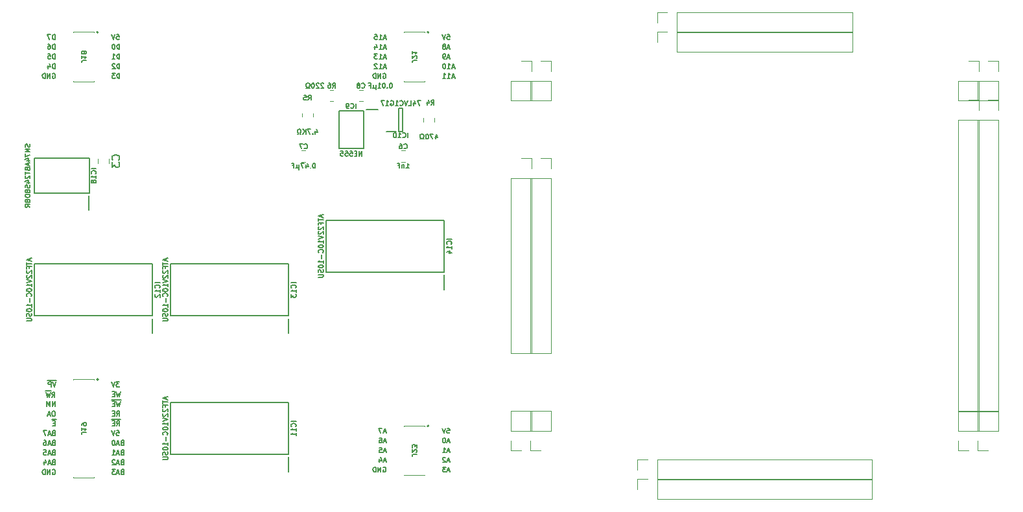
<source format=gbr>
%TF.GenerationSoftware,KiCad,Pcbnew,(6.0.5)*%
%TF.CreationDate,2022-08-09T14:26:54+02:00*%
%TF.ProjectId,MPU Signals,4d505520-5369-4676-9e61-6c732e6b6963,rev?*%
%TF.SameCoordinates,Original*%
%TF.FileFunction,Legend,Bot*%
%TF.FilePolarity,Positive*%
%FSLAX46Y46*%
G04 Gerber Fmt 4.6, Leading zero omitted, Abs format (unit mm)*
G04 Created by KiCad (PCBNEW (6.0.5)) date 2022-08-09 14:26:54*
%MOMM*%
%LPD*%
G01*
G04 APERTURE LIST*
%ADD10C,0.150000*%
%ADD11C,0.120000*%
%ADD12C,0.200000*%
%ADD13C,0.210000*%
G04 APERTURE END LIST*
D10*
X74528571Y-80932261D02*
X74528571Y-80297261D01*
X74377380Y-80297261D01*
X74286666Y-80327500D01*
X74226190Y-80387976D01*
X74195952Y-80448452D01*
X74165714Y-80569404D01*
X74165714Y-80660119D01*
X74195952Y-80781071D01*
X74226190Y-80841547D01*
X74286666Y-80902023D01*
X74377380Y-80932261D01*
X74528571Y-80932261D01*
X73923809Y-80357738D02*
X73893571Y-80327500D01*
X73833095Y-80297261D01*
X73681904Y-80297261D01*
X73621428Y-80327500D01*
X73591190Y-80357738D01*
X73560952Y-80418214D01*
X73560952Y-80478690D01*
X73591190Y-80569404D01*
X73954047Y-80932261D01*
X73560952Y-80932261D01*
X74861190Y-133622142D02*
X74770476Y-133652380D01*
X74740238Y-133682619D01*
X74710000Y-133743095D01*
X74710000Y-133833809D01*
X74740238Y-133894285D01*
X74770476Y-133924523D01*
X74830952Y-133954761D01*
X75072857Y-133954761D01*
X75072857Y-133319761D01*
X74861190Y-133319761D01*
X74800714Y-133350000D01*
X74770476Y-133380238D01*
X74740238Y-133440714D01*
X74740238Y-133501190D01*
X74770476Y-133561666D01*
X74800714Y-133591904D01*
X74861190Y-133622142D01*
X75072857Y-133622142D01*
X74468095Y-133773333D02*
X74165714Y-133773333D01*
X74528571Y-133954761D02*
X74316904Y-133319761D01*
X74105238Y-133954761D01*
X73954047Y-133319761D02*
X73560952Y-133319761D01*
X73772619Y-133561666D01*
X73681904Y-133561666D01*
X73621428Y-133591904D01*
X73591190Y-133622142D01*
X73560952Y-133682619D01*
X73560952Y-133833809D01*
X73591190Y-133894285D01*
X73621428Y-133924523D01*
X73681904Y-133954761D01*
X73863333Y-133954761D01*
X73923809Y-133924523D01*
X73954047Y-133894285D01*
X117648095Y-132185833D02*
X117345714Y-132185833D01*
X117708571Y-132367261D02*
X117496904Y-131732261D01*
X117285238Y-132367261D01*
X117103809Y-131792738D02*
X117073571Y-131762500D01*
X117013095Y-131732261D01*
X116861904Y-131732261D01*
X116801428Y-131762500D01*
X116771190Y-131792738D01*
X116740952Y-131853214D01*
X116740952Y-131913690D01*
X116771190Y-132004404D01*
X117134047Y-132367261D01*
X116740952Y-132367261D01*
X65897142Y-129812142D02*
X65806428Y-129842380D01*
X65776190Y-129872619D01*
X65745952Y-129933095D01*
X65745952Y-130023809D01*
X65776190Y-130084285D01*
X65806428Y-130114523D01*
X65866904Y-130144761D01*
X66108809Y-130144761D01*
X66108809Y-129509761D01*
X65897142Y-129509761D01*
X65836666Y-129540000D01*
X65806428Y-129570238D01*
X65776190Y-129630714D01*
X65776190Y-129691190D01*
X65806428Y-129751666D01*
X65836666Y-129781904D01*
X65897142Y-129812142D01*
X66108809Y-129812142D01*
X65504047Y-129963333D02*
X65201666Y-129963333D01*
X65564523Y-130144761D02*
X65352857Y-129509761D01*
X65141190Y-130144761D01*
X64657380Y-129509761D02*
X64778333Y-129509761D01*
X64838809Y-129540000D01*
X64869047Y-129570238D01*
X64929523Y-129660952D01*
X64959761Y-129781904D01*
X64959761Y-130023809D01*
X64929523Y-130084285D01*
X64899285Y-130114523D01*
X64838809Y-130144761D01*
X64717857Y-130144761D01*
X64657380Y-130114523D01*
X64627142Y-130084285D01*
X64596904Y-130023809D01*
X64596904Y-129872619D01*
X64627142Y-129812142D01*
X64657380Y-129781904D01*
X64717857Y-129751666D01*
X64838809Y-129751666D01*
X64899285Y-129781904D01*
X64929523Y-129812142D01*
X64959761Y-129872619D01*
X108956190Y-81597500D02*
X109016666Y-81567261D01*
X109107380Y-81567261D01*
X109198095Y-81597500D01*
X109258571Y-81657976D01*
X109288809Y-81718452D01*
X109319047Y-81839404D01*
X109319047Y-81930119D01*
X109288809Y-82051071D01*
X109258571Y-82111547D01*
X109198095Y-82172023D01*
X109107380Y-82202261D01*
X109046904Y-82202261D01*
X108956190Y-82172023D01*
X108925952Y-82141785D01*
X108925952Y-81930119D01*
X109046904Y-81930119D01*
X108653809Y-82202261D02*
X108653809Y-81567261D01*
X108290952Y-82202261D01*
X108290952Y-81567261D01*
X107988571Y-82202261D02*
X107988571Y-81567261D01*
X107837380Y-81567261D01*
X107746666Y-81597500D01*
X107686190Y-81657976D01*
X107655952Y-81718452D01*
X107625714Y-81839404D01*
X107625714Y-81930119D01*
X107655952Y-82051071D01*
X107686190Y-82111547D01*
X107746666Y-82172023D01*
X107837380Y-82202261D01*
X107988571Y-82202261D01*
X74135476Y-76487261D02*
X74437857Y-76487261D01*
X74468095Y-76789642D01*
X74437857Y-76759404D01*
X74377380Y-76729166D01*
X74226190Y-76729166D01*
X74165714Y-76759404D01*
X74135476Y-76789642D01*
X74105238Y-76850119D01*
X74105238Y-77001309D01*
X74135476Y-77061785D01*
X74165714Y-77092023D01*
X74226190Y-77122261D01*
X74377380Y-77122261D01*
X74437857Y-77092023D01*
X74468095Y-77061785D01*
X73923809Y-76487261D02*
X73712142Y-77122261D01*
X73500476Y-76487261D01*
X109319047Y-130915833D02*
X109016666Y-130915833D01*
X109379523Y-131097261D02*
X109167857Y-130462261D01*
X108956190Y-131097261D01*
X108442142Y-130462261D02*
X108744523Y-130462261D01*
X108774761Y-130764642D01*
X108744523Y-130734404D01*
X108684047Y-130704166D01*
X108532857Y-130704166D01*
X108472380Y-130734404D01*
X108442142Y-130764642D01*
X108411904Y-130825119D01*
X108411904Y-130976309D01*
X108442142Y-131036785D01*
X108472380Y-131067023D01*
X108532857Y-131097261D01*
X108684047Y-131097261D01*
X108744523Y-131067023D01*
X108774761Y-131036785D01*
X66108809Y-79662261D02*
X66108809Y-79027261D01*
X65957619Y-79027261D01*
X65866904Y-79057500D01*
X65806428Y-79117976D01*
X65776190Y-79178452D01*
X65745952Y-79299404D01*
X65745952Y-79390119D01*
X65776190Y-79511071D01*
X65806428Y-79571547D01*
X65866904Y-79632023D01*
X65957619Y-79662261D01*
X66108809Y-79662261D01*
X65171428Y-79027261D02*
X65473809Y-79027261D01*
X65504047Y-79329642D01*
X65473809Y-79299404D01*
X65413333Y-79269166D01*
X65262142Y-79269166D01*
X65201666Y-79299404D01*
X65171428Y-79329642D01*
X65141190Y-79390119D01*
X65141190Y-79541309D01*
X65171428Y-79601785D01*
X65201666Y-79632023D01*
X65262142Y-79662261D01*
X65413333Y-79662261D01*
X65473809Y-79632023D01*
X65504047Y-79601785D01*
X109319047Y-79480833D02*
X109016666Y-79480833D01*
X109379523Y-79662261D02*
X109167857Y-79027261D01*
X108956190Y-79662261D01*
X108411904Y-79662261D02*
X108774761Y-79662261D01*
X108593333Y-79662261D02*
X108593333Y-79027261D01*
X108653809Y-79117976D01*
X108714285Y-79178452D01*
X108774761Y-79208690D01*
X108200238Y-79027261D02*
X107807142Y-79027261D01*
X108018809Y-79269166D01*
X107928095Y-79269166D01*
X107867619Y-79299404D01*
X107837380Y-79329642D01*
X107807142Y-79390119D01*
X107807142Y-79541309D01*
X107837380Y-79601785D01*
X107867619Y-79632023D01*
X107928095Y-79662261D01*
X108109523Y-79662261D01*
X108170000Y-79632023D01*
X108200238Y-79601785D01*
X66108809Y-125064761D02*
X66108809Y-124429761D01*
X65745952Y-125064761D01*
X65745952Y-124429761D01*
X65443571Y-125064761D02*
X65443571Y-124429761D01*
X65231904Y-124883333D01*
X65020238Y-124429761D01*
X65020238Y-125064761D01*
X109319047Y-76940833D02*
X109016666Y-76940833D01*
X109379523Y-77122261D02*
X109167857Y-76487261D01*
X108956190Y-77122261D01*
X108411904Y-77122261D02*
X108774761Y-77122261D01*
X108593333Y-77122261D02*
X108593333Y-76487261D01*
X108653809Y-76577976D01*
X108714285Y-76638452D01*
X108774761Y-76668690D01*
X107837380Y-76487261D02*
X108139761Y-76487261D01*
X108170000Y-76789642D01*
X108139761Y-76759404D01*
X108079285Y-76729166D01*
X107928095Y-76729166D01*
X107867619Y-76759404D01*
X107837380Y-76789642D01*
X107807142Y-76850119D01*
X107807142Y-77001309D01*
X107837380Y-77061785D01*
X107867619Y-77092023D01*
X107928095Y-77122261D01*
X108079285Y-77122261D01*
X108139761Y-77092023D01*
X108170000Y-77061785D01*
X74135476Y-126334761D02*
X74347142Y-126032380D01*
X74498333Y-126334761D02*
X74498333Y-125699761D01*
X74256428Y-125699761D01*
X74195952Y-125730000D01*
X74165714Y-125760238D01*
X74135476Y-125820714D01*
X74135476Y-125911428D01*
X74165714Y-125971904D01*
X74195952Y-126002142D01*
X74256428Y-126032380D01*
X74498333Y-126032380D01*
X73863333Y-126002142D02*
X73651666Y-126002142D01*
X73560952Y-126334761D02*
X73863333Y-126334761D01*
X73863333Y-125699761D01*
X73560952Y-125699761D01*
X118252857Y-82020833D02*
X117950476Y-82020833D01*
X118313333Y-82202261D02*
X118101666Y-81567261D01*
X117890000Y-82202261D01*
X117345714Y-82202261D02*
X117708571Y-82202261D01*
X117527142Y-82202261D02*
X117527142Y-81567261D01*
X117587619Y-81657976D01*
X117648095Y-81718452D01*
X117708571Y-81748690D01*
X116740952Y-82202261D02*
X117103809Y-82202261D01*
X116922380Y-82202261D02*
X116922380Y-81567261D01*
X116982857Y-81657976D01*
X117043333Y-81718452D01*
X117103809Y-81748690D01*
X65776190Y-133350000D02*
X65836666Y-133319761D01*
X65927380Y-133319761D01*
X66018095Y-133350000D01*
X66078571Y-133410476D01*
X66108809Y-133470952D01*
X66139047Y-133591904D01*
X66139047Y-133682619D01*
X66108809Y-133803571D01*
X66078571Y-133864047D01*
X66018095Y-133924523D01*
X65927380Y-133954761D01*
X65866904Y-133954761D01*
X65776190Y-133924523D01*
X65745952Y-133894285D01*
X65745952Y-133682619D01*
X65866904Y-133682619D01*
X65473809Y-133954761D02*
X65473809Y-133319761D01*
X65110952Y-133954761D01*
X65110952Y-133319761D01*
X64808571Y-133954761D02*
X64808571Y-133319761D01*
X64657380Y-133319761D01*
X64566666Y-133350000D01*
X64506190Y-133410476D01*
X64475952Y-133470952D01*
X64445714Y-133591904D01*
X64445714Y-133682619D01*
X64475952Y-133803571D01*
X64506190Y-133864047D01*
X64566666Y-133924523D01*
X64657380Y-133954761D01*
X64808571Y-133954761D01*
X66108809Y-80932261D02*
X66108809Y-80297261D01*
X65957619Y-80297261D01*
X65866904Y-80327500D01*
X65806428Y-80387976D01*
X65776190Y-80448452D01*
X65745952Y-80569404D01*
X65745952Y-80660119D01*
X65776190Y-80781071D01*
X65806428Y-80841547D01*
X65866904Y-80902023D01*
X65957619Y-80932261D01*
X66108809Y-80932261D01*
X65201666Y-80508928D02*
X65201666Y-80932261D01*
X65352857Y-80267023D02*
X65504047Y-80720595D01*
X65110952Y-80720595D01*
X66260000Y-121710450D02*
X65715714Y-121710450D01*
X66199523Y-121889761D02*
X65987857Y-122524761D01*
X65776190Y-121889761D01*
X65715714Y-121710450D02*
X65080714Y-121710450D01*
X65564523Y-122524761D02*
X65564523Y-121889761D01*
X65322619Y-121889761D01*
X65262142Y-121920000D01*
X65231904Y-121950238D01*
X65201666Y-122010714D01*
X65201666Y-122101428D01*
X65231904Y-122161904D01*
X65262142Y-122192142D01*
X65322619Y-122222380D01*
X65564523Y-122222380D01*
X109319047Y-128375833D02*
X109016666Y-128375833D01*
X109379523Y-128557261D02*
X109167857Y-127922261D01*
X108956190Y-128557261D01*
X108805000Y-127922261D02*
X108381666Y-127922261D01*
X108653809Y-128557261D01*
X109319047Y-132185833D02*
X109016666Y-132185833D01*
X109379523Y-132367261D02*
X109167857Y-131732261D01*
X108956190Y-132367261D01*
X108472380Y-131943928D02*
X108472380Y-132367261D01*
X108623571Y-131702023D02*
X108774761Y-132155595D01*
X108381666Y-132155595D01*
X65897142Y-132352142D02*
X65806428Y-132382380D01*
X65776190Y-132412619D01*
X65745952Y-132473095D01*
X65745952Y-132563809D01*
X65776190Y-132624285D01*
X65806428Y-132654523D01*
X65866904Y-132684761D01*
X66108809Y-132684761D01*
X66108809Y-132049761D01*
X65897142Y-132049761D01*
X65836666Y-132080000D01*
X65806428Y-132110238D01*
X65776190Y-132170714D01*
X65776190Y-132231190D01*
X65806428Y-132291666D01*
X65836666Y-132321904D01*
X65897142Y-132352142D01*
X66108809Y-132352142D01*
X65504047Y-132503333D02*
X65201666Y-132503333D01*
X65564523Y-132684761D02*
X65352857Y-132049761D01*
X65141190Y-132684761D01*
X64657380Y-132261428D02*
X64657380Y-132684761D01*
X64808571Y-132019523D02*
X64959761Y-132473095D01*
X64566666Y-132473095D01*
X74861190Y-129812142D02*
X74770476Y-129842380D01*
X74740238Y-129872619D01*
X74710000Y-129933095D01*
X74710000Y-130023809D01*
X74740238Y-130084285D01*
X74770476Y-130114523D01*
X74830952Y-130144761D01*
X75072857Y-130144761D01*
X75072857Y-129509761D01*
X74861190Y-129509761D01*
X74800714Y-129540000D01*
X74770476Y-129570238D01*
X74740238Y-129630714D01*
X74740238Y-129691190D01*
X74770476Y-129751666D01*
X74800714Y-129781904D01*
X74861190Y-129812142D01*
X75072857Y-129812142D01*
X74468095Y-129963333D02*
X74165714Y-129963333D01*
X74528571Y-130144761D02*
X74316904Y-129509761D01*
X74105238Y-130144761D01*
X73772619Y-129509761D02*
X73712142Y-129509761D01*
X73651666Y-129540000D01*
X73621428Y-129570238D01*
X73591190Y-129630714D01*
X73560952Y-129751666D01*
X73560952Y-129902857D01*
X73591190Y-130023809D01*
X73621428Y-130084285D01*
X73651666Y-130114523D01*
X73712142Y-130144761D01*
X73772619Y-130144761D01*
X73833095Y-130114523D01*
X73863333Y-130084285D01*
X73893571Y-130023809D01*
X73923809Y-129902857D01*
X73923809Y-129751666D01*
X73893571Y-129630714D01*
X73863333Y-129570238D01*
X73833095Y-129540000D01*
X73772619Y-129509761D01*
X109319047Y-129645833D02*
X109016666Y-129645833D01*
X109379523Y-129827261D02*
X109167857Y-129192261D01*
X108956190Y-129827261D01*
X108472380Y-129192261D02*
X108593333Y-129192261D01*
X108653809Y-129222500D01*
X108684047Y-129252738D01*
X108744523Y-129343452D01*
X108774761Y-129464404D01*
X108774761Y-129706309D01*
X108744523Y-129766785D01*
X108714285Y-129797023D01*
X108653809Y-129827261D01*
X108532857Y-129827261D01*
X108472380Y-129797023D01*
X108442142Y-129766785D01*
X108411904Y-129706309D01*
X108411904Y-129555119D01*
X108442142Y-129494642D01*
X108472380Y-129464404D01*
X108532857Y-129434166D01*
X108653809Y-129434166D01*
X108714285Y-129464404D01*
X108744523Y-129494642D01*
X108774761Y-129555119D01*
X117315476Y-127922261D02*
X117617857Y-127922261D01*
X117648095Y-128224642D01*
X117617857Y-128194404D01*
X117557380Y-128164166D01*
X117406190Y-128164166D01*
X117345714Y-128194404D01*
X117315476Y-128224642D01*
X117285238Y-128285119D01*
X117285238Y-128436309D01*
X117315476Y-128496785D01*
X117345714Y-128527023D01*
X117406190Y-128557261D01*
X117557380Y-128557261D01*
X117617857Y-128527023D01*
X117648095Y-128496785D01*
X117103809Y-127922261D02*
X116892142Y-128557261D01*
X116680476Y-127922261D01*
X117315476Y-76487261D02*
X117617857Y-76487261D01*
X117648095Y-76789642D01*
X117617857Y-76759404D01*
X117557380Y-76729166D01*
X117406190Y-76729166D01*
X117345714Y-76759404D01*
X117315476Y-76789642D01*
X117285238Y-76850119D01*
X117285238Y-77001309D01*
X117315476Y-77061785D01*
X117345714Y-77092023D01*
X117406190Y-77122261D01*
X117557380Y-77122261D01*
X117617857Y-77092023D01*
X117648095Y-77061785D01*
X117103809Y-76487261D02*
X116892142Y-77122261D01*
X116680476Y-76487261D01*
X117648095Y-133455833D02*
X117345714Y-133455833D01*
X117708571Y-133637261D02*
X117496904Y-133002261D01*
X117285238Y-133637261D01*
X117134047Y-133002261D02*
X116740952Y-133002261D01*
X116952619Y-133244166D01*
X116861904Y-133244166D01*
X116801428Y-133274404D01*
X116771190Y-133304642D01*
X116740952Y-133365119D01*
X116740952Y-133516309D01*
X116771190Y-133576785D01*
X116801428Y-133607023D01*
X116861904Y-133637261D01*
X117043333Y-133637261D01*
X117103809Y-133607023D01*
X117134047Y-133576785D01*
X66260000Y-126790450D02*
X65685476Y-126790450D01*
X66108809Y-127272142D02*
X65897142Y-127272142D01*
X65806428Y-127604761D02*
X66108809Y-127604761D01*
X66108809Y-126969761D01*
X65806428Y-126969761D01*
X74528571Y-79662261D02*
X74528571Y-79027261D01*
X74377380Y-79027261D01*
X74286666Y-79057500D01*
X74226190Y-79117976D01*
X74195952Y-79178452D01*
X74165714Y-79299404D01*
X74165714Y-79390119D01*
X74195952Y-79511071D01*
X74226190Y-79571547D01*
X74286666Y-79632023D01*
X74377380Y-79662261D01*
X74528571Y-79662261D01*
X73560952Y-79662261D02*
X73923809Y-79662261D01*
X73742380Y-79662261D02*
X73742380Y-79027261D01*
X73802857Y-79117976D01*
X73863333Y-79178452D01*
X73923809Y-79208690D01*
X74498333Y-121889761D02*
X74105238Y-121889761D01*
X74316904Y-122131666D01*
X74226190Y-122131666D01*
X74165714Y-122161904D01*
X74135476Y-122192142D01*
X74105238Y-122252619D01*
X74105238Y-122403809D01*
X74135476Y-122464285D01*
X74165714Y-122494523D01*
X74226190Y-122524761D01*
X74407619Y-122524761D01*
X74468095Y-122494523D01*
X74498333Y-122464285D01*
X73923809Y-121889761D02*
X73712142Y-122524761D01*
X73500476Y-121889761D01*
X117648095Y-79480833D02*
X117345714Y-79480833D01*
X117708571Y-79662261D02*
X117496904Y-79027261D01*
X117285238Y-79662261D01*
X117043333Y-79662261D02*
X116922380Y-79662261D01*
X116861904Y-79632023D01*
X116831666Y-79601785D01*
X116771190Y-79511071D01*
X116740952Y-79390119D01*
X116740952Y-79148214D01*
X116771190Y-79087738D01*
X116801428Y-79057500D01*
X116861904Y-79027261D01*
X116982857Y-79027261D01*
X117043333Y-79057500D01*
X117073571Y-79087738D01*
X117103809Y-79148214D01*
X117103809Y-79299404D01*
X117073571Y-79359880D01*
X117043333Y-79390119D01*
X116982857Y-79420357D01*
X116861904Y-79420357D01*
X116801428Y-79390119D01*
X116771190Y-79359880D01*
X116740952Y-79299404D01*
X66108809Y-77122261D02*
X66108809Y-76487261D01*
X65957619Y-76487261D01*
X65866904Y-76517500D01*
X65806428Y-76577976D01*
X65776190Y-76638452D01*
X65745952Y-76759404D01*
X65745952Y-76850119D01*
X65776190Y-76971071D01*
X65806428Y-77031547D01*
X65866904Y-77092023D01*
X65957619Y-77122261D01*
X66108809Y-77122261D01*
X65534285Y-76487261D02*
X65110952Y-76487261D01*
X65383095Y-77122261D01*
X65987857Y-125699761D02*
X65866904Y-125699761D01*
X65806428Y-125730000D01*
X65745952Y-125790476D01*
X65715714Y-125911428D01*
X65715714Y-126123095D01*
X65745952Y-126244047D01*
X65806428Y-126304523D01*
X65866904Y-126334761D01*
X65987857Y-126334761D01*
X66048333Y-126304523D01*
X66108809Y-126244047D01*
X66139047Y-126123095D01*
X66139047Y-125911428D01*
X66108809Y-125790476D01*
X66048333Y-125730000D01*
X65987857Y-125699761D01*
X65473809Y-126153333D02*
X65171428Y-126153333D01*
X65534285Y-126334761D02*
X65322619Y-125699761D01*
X65110952Y-126334761D01*
X74649523Y-126790450D02*
X74014523Y-126790450D01*
X74135476Y-127604761D02*
X74347142Y-127302380D01*
X74498333Y-127604761D02*
X74498333Y-126969761D01*
X74256428Y-126969761D01*
X74195952Y-127000000D01*
X74165714Y-127030238D01*
X74135476Y-127090714D01*
X74135476Y-127181428D01*
X74165714Y-127241904D01*
X74195952Y-127272142D01*
X74256428Y-127302380D01*
X74498333Y-127302380D01*
X74014523Y-126790450D02*
X73440000Y-126790450D01*
X73863333Y-127272142D02*
X73651666Y-127272142D01*
X73560952Y-127604761D02*
X73863333Y-127604761D01*
X73863333Y-126969761D01*
X73560952Y-126969761D01*
X109319047Y-78210833D02*
X109016666Y-78210833D01*
X109379523Y-78392261D02*
X109167857Y-77757261D01*
X108956190Y-78392261D01*
X108411904Y-78392261D02*
X108774761Y-78392261D01*
X108593333Y-78392261D02*
X108593333Y-77757261D01*
X108653809Y-77847976D01*
X108714285Y-77908452D01*
X108774761Y-77938690D01*
X107867619Y-77968928D02*
X107867619Y-78392261D01*
X108018809Y-77727023D02*
X108170000Y-78180595D01*
X107776904Y-78180595D01*
X108956190Y-133032500D02*
X109016666Y-133002261D01*
X109107380Y-133002261D01*
X109198095Y-133032500D01*
X109258571Y-133092976D01*
X109288809Y-133153452D01*
X109319047Y-133274404D01*
X109319047Y-133365119D01*
X109288809Y-133486071D01*
X109258571Y-133546547D01*
X109198095Y-133607023D01*
X109107380Y-133637261D01*
X109046904Y-133637261D01*
X108956190Y-133607023D01*
X108925952Y-133576785D01*
X108925952Y-133365119D01*
X109046904Y-133365119D01*
X108653809Y-133637261D02*
X108653809Y-133002261D01*
X108290952Y-133637261D01*
X108290952Y-133002261D01*
X107988571Y-133637261D02*
X107988571Y-133002261D01*
X107837380Y-133002261D01*
X107746666Y-133032500D01*
X107686190Y-133092976D01*
X107655952Y-133153452D01*
X107625714Y-133274404D01*
X107625714Y-133365119D01*
X107655952Y-133486071D01*
X107686190Y-133546547D01*
X107746666Y-133607023D01*
X107837380Y-133637261D01*
X107988571Y-133637261D01*
X74861190Y-131082142D02*
X74770476Y-131112380D01*
X74740238Y-131142619D01*
X74710000Y-131203095D01*
X74710000Y-131293809D01*
X74740238Y-131354285D01*
X74770476Y-131384523D01*
X74830952Y-131414761D01*
X75072857Y-131414761D01*
X75072857Y-130779761D01*
X74861190Y-130779761D01*
X74800714Y-130810000D01*
X74770476Y-130840238D01*
X74740238Y-130900714D01*
X74740238Y-130961190D01*
X74770476Y-131021666D01*
X74800714Y-131051904D01*
X74861190Y-131082142D01*
X75072857Y-131082142D01*
X74468095Y-131233333D02*
X74165714Y-131233333D01*
X74528571Y-131414761D02*
X74316904Y-130779761D01*
X74105238Y-131414761D01*
X73560952Y-131414761D02*
X73923809Y-131414761D01*
X73742380Y-131414761D02*
X73742380Y-130779761D01*
X73802857Y-130870476D01*
X73863333Y-130930952D01*
X73923809Y-130961190D01*
X74135476Y-128239761D02*
X74437857Y-128239761D01*
X74468095Y-128542142D01*
X74437857Y-128511904D01*
X74377380Y-128481666D01*
X74226190Y-128481666D01*
X74165714Y-128511904D01*
X74135476Y-128542142D01*
X74105238Y-128602619D01*
X74105238Y-128753809D01*
X74135476Y-128814285D01*
X74165714Y-128844523D01*
X74226190Y-128874761D01*
X74377380Y-128874761D01*
X74437857Y-128844523D01*
X74468095Y-128814285D01*
X73923809Y-128239761D02*
X73712142Y-128874761D01*
X73500476Y-128239761D01*
X74528571Y-82202261D02*
X74528571Y-81567261D01*
X74377380Y-81567261D01*
X74286666Y-81597500D01*
X74226190Y-81657976D01*
X74195952Y-81718452D01*
X74165714Y-81839404D01*
X74165714Y-81930119D01*
X74195952Y-82051071D01*
X74226190Y-82111547D01*
X74286666Y-82172023D01*
X74377380Y-82202261D01*
X74528571Y-82202261D01*
X73954047Y-81567261D02*
X73560952Y-81567261D01*
X73772619Y-81809166D01*
X73681904Y-81809166D01*
X73621428Y-81839404D01*
X73591190Y-81869642D01*
X73560952Y-81930119D01*
X73560952Y-82081309D01*
X73591190Y-82141785D01*
X73621428Y-82172023D01*
X73681904Y-82202261D01*
X73863333Y-82202261D01*
X73923809Y-82172023D01*
X73954047Y-82141785D01*
X65897142Y-131082142D02*
X65806428Y-131112380D01*
X65776190Y-131142619D01*
X65745952Y-131203095D01*
X65745952Y-131293809D01*
X65776190Y-131354285D01*
X65806428Y-131384523D01*
X65866904Y-131414761D01*
X66108809Y-131414761D01*
X66108809Y-130779761D01*
X65897142Y-130779761D01*
X65836666Y-130810000D01*
X65806428Y-130840238D01*
X65776190Y-130900714D01*
X65776190Y-130961190D01*
X65806428Y-131021666D01*
X65836666Y-131051904D01*
X65897142Y-131082142D01*
X66108809Y-131082142D01*
X65504047Y-131233333D02*
X65201666Y-131233333D01*
X65564523Y-131414761D02*
X65352857Y-130779761D01*
X65141190Y-131414761D01*
X64627142Y-130779761D02*
X64929523Y-130779761D01*
X64959761Y-131082142D01*
X64929523Y-131051904D01*
X64869047Y-131021666D01*
X64717857Y-131021666D01*
X64657380Y-131051904D01*
X64627142Y-131082142D01*
X64596904Y-131142619D01*
X64596904Y-131293809D01*
X64627142Y-131354285D01*
X64657380Y-131384523D01*
X64717857Y-131414761D01*
X64869047Y-131414761D01*
X64929523Y-131384523D01*
X64959761Y-131354285D01*
X109319047Y-80750833D02*
X109016666Y-80750833D01*
X109379523Y-80932261D02*
X109167857Y-80297261D01*
X108956190Y-80932261D01*
X108411904Y-80932261D02*
X108774761Y-80932261D01*
X108593333Y-80932261D02*
X108593333Y-80297261D01*
X108653809Y-80387976D01*
X108714285Y-80448452D01*
X108774761Y-80478690D01*
X108170000Y-80357738D02*
X108139761Y-80327500D01*
X108079285Y-80297261D01*
X107928095Y-80297261D01*
X107867619Y-80327500D01*
X107837380Y-80357738D01*
X107807142Y-80418214D01*
X107807142Y-80478690D01*
X107837380Y-80569404D01*
X108200238Y-80932261D01*
X107807142Y-80932261D01*
X117648095Y-130915833D02*
X117345714Y-130915833D01*
X117708571Y-131097261D02*
X117496904Y-130462261D01*
X117285238Y-131097261D01*
X116740952Y-131097261D02*
X117103809Y-131097261D01*
X116922380Y-131097261D02*
X116922380Y-130462261D01*
X116982857Y-130552976D01*
X117043333Y-130613452D01*
X117103809Y-130643690D01*
X117648095Y-129645833D02*
X117345714Y-129645833D01*
X117708571Y-129827261D02*
X117496904Y-129192261D01*
X117285238Y-129827261D01*
X116952619Y-129192261D02*
X116892142Y-129192261D01*
X116831666Y-129222500D01*
X116801428Y-129252738D01*
X116771190Y-129313214D01*
X116740952Y-129434166D01*
X116740952Y-129585357D01*
X116771190Y-129706309D01*
X116801428Y-129766785D01*
X116831666Y-129797023D01*
X116892142Y-129827261D01*
X116952619Y-129827261D01*
X117013095Y-129797023D01*
X117043333Y-129766785D01*
X117073571Y-129706309D01*
X117103809Y-129585357D01*
X117103809Y-129434166D01*
X117073571Y-129313214D01*
X117043333Y-129252738D01*
X117013095Y-129222500D01*
X116952619Y-129192261D01*
X65897142Y-128542142D02*
X65806428Y-128572380D01*
X65776190Y-128602619D01*
X65745952Y-128663095D01*
X65745952Y-128753809D01*
X65776190Y-128814285D01*
X65806428Y-128844523D01*
X65866904Y-128874761D01*
X66108809Y-128874761D01*
X66108809Y-128239761D01*
X65897142Y-128239761D01*
X65836666Y-128270000D01*
X65806428Y-128300238D01*
X65776190Y-128360714D01*
X65776190Y-128421190D01*
X65806428Y-128481666D01*
X65836666Y-128511904D01*
X65897142Y-128542142D01*
X66108809Y-128542142D01*
X65504047Y-128693333D02*
X65201666Y-128693333D01*
X65564523Y-128874761D02*
X65352857Y-128239761D01*
X65141190Y-128874761D01*
X64990000Y-128239761D02*
X64566666Y-128239761D01*
X64838809Y-128874761D01*
X65776190Y-81597500D02*
X65836666Y-81567261D01*
X65927380Y-81567261D01*
X66018095Y-81597500D01*
X66078571Y-81657976D01*
X66108809Y-81718452D01*
X66139047Y-81839404D01*
X66139047Y-81930119D01*
X66108809Y-82051071D01*
X66078571Y-82111547D01*
X66018095Y-82172023D01*
X65927380Y-82202261D01*
X65866904Y-82202261D01*
X65776190Y-82172023D01*
X65745952Y-82141785D01*
X65745952Y-81930119D01*
X65866904Y-81930119D01*
X65473809Y-82202261D02*
X65473809Y-81567261D01*
X65110952Y-82202261D01*
X65110952Y-81567261D01*
X64808571Y-82202261D02*
X64808571Y-81567261D01*
X64657380Y-81567261D01*
X64566666Y-81597500D01*
X64506190Y-81657976D01*
X64475952Y-81718452D01*
X64445714Y-81839404D01*
X64445714Y-81930119D01*
X64475952Y-82051071D01*
X64506190Y-82111547D01*
X64566666Y-82172023D01*
X64657380Y-82202261D01*
X64808571Y-82202261D01*
X66108809Y-78392261D02*
X66108809Y-77757261D01*
X65957619Y-77757261D01*
X65866904Y-77787500D01*
X65806428Y-77847976D01*
X65776190Y-77908452D01*
X65745952Y-78029404D01*
X65745952Y-78120119D01*
X65776190Y-78241071D01*
X65806428Y-78301547D01*
X65866904Y-78362023D01*
X65957619Y-78392261D01*
X66108809Y-78392261D01*
X65201666Y-77757261D02*
X65322619Y-77757261D01*
X65383095Y-77787500D01*
X65413333Y-77817738D01*
X65473809Y-77908452D01*
X65504047Y-78029404D01*
X65504047Y-78271309D01*
X65473809Y-78331785D01*
X65443571Y-78362023D01*
X65383095Y-78392261D01*
X65262142Y-78392261D01*
X65201666Y-78362023D01*
X65171428Y-78331785D01*
X65141190Y-78271309D01*
X65141190Y-78120119D01*
X65171428Y-78059642D01*
X65201666Y-78029404D01*
X65262142Y-77999166D01*
X65383095Y-77999166D01*
X65443571Y-78029404D01*
X65473809Y-78059642D01*
X65504047Y-78120119D01*
X74740238Y-124250450D02*
X74014523Y-124250450D01*
X74649523Y-124429761D02*
X74498333Y-125064761D01*
X74377380Y-124611190D01*
X74256428Y-125064761D01*
X74105238Y-124429761D01*
X74014523Y-124250450D02*
X73440000Y-124250450D01*
X73863333Y-124732142D02*
X73651666Y-124732142D01*
X73560952Y-125064761D02*
X73863333Y-125064761D01*
X73863333Y-124429761D01*
X73560952Y-124429761D01*
X74528571Y-78392261D02*
X74528571Y-77757261D01*
X74377380Y-77757261D01*
X74286666Y-77787500D01*
X74226190Y-77847976D01*
X74195952Y-77908452D01*
X74165714Y-78029404D01*
X74165714Y-78120119D01*
X74195952Y-78241071D01*
X74226190Y-78301547D01*
X74286666Y-78362023D01*
X74377380Y-78392261D01*
X74528571Y-78392261D01*
X73772619Y-77757261D02*
X73712142Y-77757261D01*
X73651666Y-77787500D01*
X73621428Y-77817738D01*
X73591190Y-77878214D01*
X73560952Y-77999166D01*
X73560952Y-78150357D01*
X73591190Y-78271309D01*
X73621428Y-78331785D01*
X73651666Y-78362023D01*
X73712142Y-78392261D01*
X73772619Y-78392261D01*
X73833095Y-78362023D01*
X73863333Y-78331785D01*
X73893571Y-78271309D01*
X73923809Y-78150357D01*
X73923809Y-77999166D01*
X73893571Y-77878214D01*
X73863333Y-77817738D01*
X73833095Y-77787500D01*
X73772619Y-77757261D01*
X74649523Y-123159761D02*
X74498333Y-123794761D01*
X74377380Y-123341190D01*
X74256428Y-123794761D01*
X74105238Y-123159761D01*
X73863333Y-123462142D02*
X73651666Y-123462142D01*
X73560952Y-123794761D02*
X73863333Y-123794761D01*
X73863333Y-123159761D01*
X73560952Y-123159761D01*
X65700269Y-123871109D02*
X65911936Y-123568728D01*
X66063126Y-123871109D02*
X66063126Y-123236109D01*
X65821221Y-123236109D01*
X65760745Y-123266348D01*
X65730507Y-123296586D01*
X65700269Y-123357062D01*
X65700269Y-123447776D01*
X65730507Y-123508252D01*
X65760745Y-123538490D01*
X65821221Y-123568728D01*
X66063126Y-123568728D01*
X65579317Y-123056798D02*
X64853602Y-123056798D01*
X65488602Y-123236109D02*
X65337412Y-123871109D01*
X65216459Y-123417538D01*
X65095507Y-123871109D01*
X64944317Y-123236109D01*
X74861190Y-132352142D02*
X74770476Y-132382380D01*
X74740238Y-132412619D01*
X74710000Y-132473095D01*
X74710000Y-132563809D01*
X74740238Y-132624285D01*
X74770476Y-132654523D01*
X74830952Y-132684761D01*
X75072857Y-132684761D01*
X75072857Y-132049761D01*
X74861190Y-132049761D01*
X74800714Y-132080000D01*
X74770476Y-132110238D01*
X74740238Y-132170714D01*
X74740238Y-132231190D01*
X74770476Y-132291666D01*
X74800714Y-132321904D01*
X74861190Y-132352142D01*
X75072857Y-132352142D01*
X74468095Y-132503333D02*
X74165714Y-132503333D01*
X74528571Y-132684761D02*
X74316904Y-132049761D01*
X74105238Y-132684761D01*
X73923809Y-132110238D02*
X73893571Y-132080000D01*
X73833095Y-132049761D01*
X73681904Y-132049761D01*
X73621428Y-132080000D01*
X73591190Y-132110238D01*
X73560952Y-132170714D01*
X73560952Y-132231190D01*
X73591190Y-132321904D01*
X73954047Y-132684761D01*
X73560952Y-132684761D01*
X118252857Y-80750833D02*
X117950476Y-80750833D01*
X118313333Y-80932261D02*
X118101666Y-80297261D01*
X117890000Y-80932261D01*
X117345714Y-80932261D02*
X117708571Y-80932261D01*
X117527142Y-80932261D02*
X117527142Y-80297261D01*
X117587619Y-80387976D01*
X117648095Y-80448452D01*
X117708571Y-80478690D01*
X116952619Y-80297261D02*
X116892142Y-80297261D01*
X116831666Y-80327500D01*
X116801428Y-80357738D01*
X116771190Y-80418214D01*
X116740952Y-80539166D01*
X116740952Y-80690357D01*
X116771190Y-80811309D01*
X116801428Y-80871785D01*
X116831666Y-80902023D01*
X116892142Y-80932261D01*
X116952619Y-80932261D01*
X117013095Y-80902023D01*
X117043333Y-80871785D01*
X117073571Y-80811309D01*
X117103809Y-80690357D01*
X117103809Y-80539166D01*
X117073571Y-80418214D01*
X117043333Y-80357738D01*
X117013095Y-80327500D01*
X116952619Y-80297261D01*
X117648095Y-78210833D02*
X117345714Y-78210833D01*
X117708571Y-78392261D02*
X117496904Y-77757261D01*
X117285238Y-78392261D01*
X116982857Y-78029404D02*
X117043333Y-77999166D01*
X117073571Y-77968928D01*
X117103809Y-77908452D01*
X117103809Y-77878214D01*
X117073571Y-77817738D01*
X117043333Y-77787500D01*
X116982857Y-77757261D01*
X116861904Y-77757261D01*
X116801428Y-77787500D01*
X116771190Y-77817738D01*
X116740952Y-77878214D01*
X116740952Y-77908452D01*
X116771190Y-77968928D01*
X116801428Y-77999166D01*
X116861904Y-78029404D01*
X116982857Y-78029404D01*
X117043333Y-78059642D01*
X117073571Y-78089880D01*
X117103809Y-78150357D01*
X117103809Y-78271309D01*
X117073571Y-78331785D01*
X117043333Y-78362023D01*
X116982857Y-78392261D01*
X116861904Y-78392261D01*
X116801428Y-78362023D01*
X116771190Y-78331785D01*
X116740952Y-78271309D01*
X116740952Y-78150357D01*
X116771190Y-78089880D01*
X116801428Y-78059642D01*
X116861904Y-78029404D01*
%TO.C,IC11*%
X97569261Y-127030238D02*
X96934261Y-127030238D01*
X97508785Y-127695476D02*
X97539023Y-127665238D01*
X97569261Y-127574523D01*
X97569261Y-127514047D01*
X97539023Y-127423333D01*
X97478547Y-127362857D01*
X97418071Y-127332619D01*
X97297119Y-127302380D01*
X97206404Y-127302380D01*
X97085452Y-127332619D01*
X97024976Y-127362857D01*
X96964500Y-127423333D01*
X96934261Y-127514047D01*
X96934261Y-127574523D01*
X96964500Y-127665238D01*
X96994738Y-127695476D01*
X97569261Y-128300238D02*
X97569261Y-127937380D01*
X97569261Y-128118809D02*
X96934261Y-128118809D01*
X97024976Y-128058333D01*
X97085452Y-127997857D01*
X97115690Y-127937380D01*
X97569261Y-128905000D02*
X97569261Y-128542142D01*
X97569261Y-128723571D02*
X96934261Y-128723571D01*
X97024976Y-128663095D01*
X97085452Y-128602619D01*
X97115690Y-128542142D01*
X80623833Y-123855238D02*
X80623833Y-124157619D01*
X80805261Y-123794761D02*
X80170261Y-124006428D01*
X80805261Y-124218095D01*
X80170261Y-124339047D02*
X80170261Y-124701904D01*
X80805261Y-124520476D02*
X80170261Y-124520476D01*
X80472642Y-125125238D02*
X80472642Y-124913571D01*
X80805261Y-124913571D02*
X80170261Y-124913571D01*
X80170261Y-125215952D01*
X80230738Y-125427619D02*
X80200500Y-125457857D01*
X80170261Y-125518333D01*
X80170261Y-125669523D01*
X80200500Y-125730000D01*
X80230738Y-125760238D01*
X80291214Y-125790476D01*
X80351690Y-125790476D01*
X80442404Y-125760238D01*
X80805261Y-125397380D01*
X80805261Y-125790476D01*
X80230738Y-126032380D02*
X80200500Y-126062619D01*
X80170261Y-126123095D01*
X80170261Y-126274285D01*
X80200500Y-126334761D01*
X80230738Y-126365000D01*
X80291214Y-126395238D01*
X80351690Y-126395238D01*
X80442404Y-126365000D01*
X80805261Y-126002142D01*
X80805261Y-126395238D01*
X80170261Y-126576666D02*
X80805261Y-126788333D01*
X80170261Y-127000000D01*
X80805261Y-127544285D02*
X80805261Y-127181428D01*
X80805261Y-127362857D02*
X80170261Y-127362857D01*
X80260976Y-127302380D01*
X80321452Y-127241904D01*
X80351690Y-127181428D01*
X80170261Y-127937380D02*
X80170261Y-127997857D01*
X80200500Y-128058333D01*
X80230738Y-128088571D01*
X80291214Y-128118809D01*
X80412166Y-128149047D01*
X80563357Y-128149047D01*
X80684309Y-128118809D01*
X80744785Y-128088571D01*
X80775023Y-128058333D01*
X80805261Y-127997857D01*
X80805261Y-127937380D01*
X80775023Y-127876904D01*
X80744785Y-127846666D01*
X80684309Y-127816428D01*
X80563357Y-127786190D01*
X80412166Y-127786190D01*
X80291214Y-127816428D01*
X80230738Y-127846666D01*
X80200500Y-127876904D01*
X80170261Y-127937380D01*
X80744785Y-128784047D02*
X80775023Y-128753809D01*
X80805261Y-128663095D01*
X80805261Y-128602619D01*
X80775023Y-128511904D01*
X80714547Y-128451428D01*
X80654071Y-128421190D01*
X80533119Y-128390952D01*
X80442404Y-128390952D01*
X80321452Y-128421190D01*
X80260976Y-128451428D01*
X80200500Y-128511904D01*
X80170261Y-128602619D01*
X80170261Y-128663095D01*
X80200500Y-128753809D01*
X80230738Y-128784047D01*
X80563357Y-129056190D02*
X80563357Y-129540000D01*
X80805261Y-130175000D02*
X80805261Y-129812142D01*
X80805261Y-129993571D02*
X80170261Y-129993571D01*
X80260976Y-129933095D01*
X80321452Y-129872619D01*
X80351690Y-129812142D01*
X80170261Y-130568095D02*
X80170261Y-130628571D01*
X80200500Y-130689047D01*
X80230738Y-130719285D01*
X80291214Y-130749523D01*
X80412166Y-130779761D01*
X80563357Y-130779761D01*
X80684309Y-130749523D01*
X80744785Y-130719285D01*
X80775023Y-130689047D01*
X80805261Y-130628571D01*
X80805261Y-130568095D01*
X80775023Y-130507619D01*
X80744785Y-130477380D01*
X80684309Y-130447142D01*
X80563357Y-130416904D01*
X80412166Y-130416904D01*
X80291214Y-130447142D01*
X80230738Y-130477380D01*
X80200500Y-130507619D01*
X80170261Y-130568095D01*
X80775023Y-131021666D02*
X80805261Y-131112380D01*
X80805261Y-131263571D01*
X80775023Y-131324047D01*
X80744785Y-131354285D01*
X80684309Y-131384523D01*
X80623833Y-131384523D01*
X80563357Y-131354285D01*
X80533119Y-131324047D01*
X80502880Y-131263571D01*
X80472642Y-131142619D01*
X80442404Y-131082142D01*
X80412166Y-131051904D01*
X80351690Y-131021666D01*
X80291214Y-131021666D01*
X80230738Y-131051904D01*
X80200500Y-131082142D01*
X80170261Y-131142619D01*
X80170261Y-131293809D01*
X80200500Y-131384523D01*
X80170261Y-131656666D02*
X80684309Y-131656666D01*
X80744785Y-131686904D01*
X80775023Y-131717142D01*
X80805261Y-131777619D01*
X80805261Y-131898571D01*
X80775023Y-131959047D01*
X80744785Y-131989285D01*
X80684309Y-132019523D01*
X80170261Y-132019523D01*
%TO.C,R5*%
X99165833Y-85059761D02*
X99377500Y-84757380D01*
X99528690Y-85059761D02*
X99528690Y-84424761D01*
X99286785Y-84424761D01*
X99226309Y-84455000D01*
X99196071Y-84485238D01*
X99165833Y-84545714D01*
X99165833Y-84636428D01*
X99196071Y-84696904D01*
X99226309Y-84727142D01*
X99286785Y-84757380D01*
X99528690Y-84757380D01*
X98591309Y-84424761D02*
X98893690Y-84424761D01*
X98923928Y-84727142D01*
X98893690Y-84696904D01*
X98833214Y-84666666D01*
X98682023Y-84666666D01*
X98621547Y-84696904D01*
X98591309Y-84727142D01*
X98561071Y-84787619D01*
X98561071Y-84938809D01*
X98591309Y-84999285D01*
X98621547Y-85029523D01*
X98682023Y-85059761D01*
X98833214Y-85059761D01*
X98893690Y-85029523D01*
X98923928Y-84999285D01*
X100072976Y-89081428D02*
X100072976Y-89504761D01*
X100224166Y-88839523D02*
X100375357Y-89293095D01*
X99982261Y-89293095D01*
X99740357Y-89444285D02*
X99710119Y-89474523D01*
X99740357Y-89504761D01*
X99770595Y-89474523D01*
X99740357Y-89444285D01*
X99740357Y-89504761D01*
X99498452Y-88869761D02*
X99075119Y-88869761D01*
X99347261Y-89504761D01*
X98833214Y-89504761D02*
X98833214Y-88869761D01*
X98470357Y-89504761D02*
X98742500Y-89141904D01*
X98470357Y-88869761D02*
X98833214Y-89232619D01*
X98228452Y-89504761D02*
X98077261Y-89504761D01*
X98077261Y-89383809D01*
X98137738Y-89353571D01*
X98198214Y-89293095D01*
X98228452Y-89202380D01*
X98228452Y-89051190D01*
X98198214Y-88960476D01*
X98137738Y-88900000D01*
X98047023Y-88869761D01*
X97926071Y-88869761D01*
X97835357Y-88900000D01*
X97774880Y-88960476D01*
X97744642Y-89051190D01*
X97744642Y-89202380D01*
X97774880Y-89293095D01*
X97835357Y-89353571D01*
X97895833Y-89383809D01*
X97895833Y-89504761D01*
X97744642Y-89504761D01*
%TO.C,C6*%
X111680829Y-91349285D02*
X111711067Y-91379523D01*
X111801781Y-91409761D01*
X111862257Y-91409761D01*
X111952972Y-91379523D01*
X112013448Y-91319047D01*
X112043686Y-91258571D01*
X112073924Y-91137619D01*
X112073924Y-91046904D01*
X112043686Y-90925952D01*
X112013448Y-90865476D01*
X111952972Y-90805000D01*
X111862257Y-90774761D01*
X111801781Y-90774761D01*
X111711067Y-90805000D01*
X111680829Y-90835238D01*
X111136543Y-90774761D02*
X111257496Y-90774761D01*
X111317972Y-90805000D01*
X111348210Y-90835238D01*
X111408686Y-90925952D01*
X111438924Y-91046904D01*
X111438924Y-91288809D01*
X111408686Y-91349285D01*
X111378448Y-91379523D01*
X111317972Y-91409761D01*
X111197019Y-91409761D01*
X111136543Y-91379523D01*
X111106305Y-91349285D01*
X111076067Y-91288809D01*
X111076067Y-91137619D01*
X111106305Y-91077142D01*
X111136543Y-91046904D01*
X111197019Y-91016666D01*
X111317972Y-91016666D01*
X111378448Y-91046904D01*
X111408686Y-91077142D01*
X111438924Y-91137619D01*
X111952972Y-93949761D02*
X112315829Y-93949761D01*
X112134400Y-93949761D02*
X112134400Y-93314761D01*
X112194876Y-93405476D01*
X112255353Y-93465952D01*
X112315829Y-93496190D01*
X111680829Y-93526428D02*
X111680829Y-93949761D01*
X111680829Y-93586904D02*
X111650591Y-93556666D01*
X111590115Y-93526428D01*
X111499400Y-93526428D01*
X111438924Y-93556666D01*
X111408686Y-93617142D01*
X111408686Y-93949761D01*
X110894638Y-93617142D02*
X111106305Y-93617142D01*
X111106305Y-93949761D02*
X111106305Y-93314761D01*
X110803924Y-93314761D01*
%TO.C,IC14*%
X117889261Y-103217738D02*
X117254261Y-103217738D01*
X117828785Y-103882976D02*
X117859023Y-103852738D01*
X117889261Y-103762023D01*
X117889261Y-103701547D01*
X117859023Y-103610833D01*
X117798547Y-103550357D01*
X117738071Y-103520119D01*
X117617119Y-103489880D01*
X117526404Y-103489880D01*
X117405452Y-103520119D01*
X117344976Y-103550357D01*
X117284500Y-103610833D01*
X117254261Y-103701547D01*
X117254261Y-103762023D01*
X117284500Y-103852738D01*
X117314738Y-103882976D01*
X117889261Y-104487738D02*
X117889261Y-104124880D01*
X117889261Y-104306309D02*
X117254261Y-104306309D01*
X117344976Y-104245833D01*
X117405452Y-104185357D01*
X117435690Y-104124880D01*
X117465928Y-105032023D02*
X117889261Y-105032023D01*
X117224023Y-104880833D02*
X117677595Y-104729642D01*
X117677595Y-105122738D01*
X100943833Y-100042738D02*
X100943833Y-100345119D01*
X101125261Y-99982261D02*
X100490261Y-100193928D01*
X101125261Y-100405595D01*
X100490261Y-100526547D02*
X100490261Y-100889404D01*
X101125261Y-100707976D02*
X100490261Y-100707976D01*
X100792642Y-101312738D02*
X100792642Y-101101071D01*
X101125261Y-101101071D02*
X100490261Y-101101071D01*
X100490261Y-101403452D01*
X100550738Y-101615119D02*
X100520500Y-101645357D01*
X100490261Y-101705833D01*
X100490261Y-101857023D01*
X100520500Y-101917500D01*
X100550738Y-101947738D01*
X100611214Y-101977976D01*
X100671690Y-101977976D01*
X100762404Y-101947738D01*
X101125261Y-101584880D01*
X101125261Y-101977976D01*
X100550738Y-102219880D02*
X100520500Y-102250119D01*
X100490261Y-102310595D01*
X100490261Y-102461785D01*
X100520500Y-102522261D01*
X100550738Y-102552500D01*
X100611214Y-102582738D01*
X100671690Y-102582738D01*
X100762404Y-102552500D01*
X101125261Y-102189642D01*
X101125261Y-102582738D01*
X100490261Y-102764166D02*
X101125261Y-102975833D01*
X100490261Y-103187500D01*
X101125261Y-103731785D02*
X101125261Y-103368928D01*
X101125261Y-103550357D02*
X100490261Y-103550357D01*
X100580976Y-103489880D01*
X100641452Y-103429404D01*
X100671690Y-103368928D01*
X100490261Y-104124880D02*
X100490261Y-104185357D01*
X100520500Y-104245833D01*
X100550738Y-104276071D01*
X100611214Y-104306309D01*
X100732166Y-104336547D01*
X100883357Y-104336547D01*
X101004309Y-104306309D01*
X101064785Y-104276071D01*
X101095023Y-104245833D01*
X101125261Y-104185357D01*
X101125261Y-104124880D01*
X101095023Y-104064404D01*
X101064785Y-104034166D01*
X101004309Y-104003928D01*
X100883357Y-103973690D01*
X100732166Y-103973690D01*
X100611214Y-104003928D01*
X100550738Y-104034166D01*
X100520500Y-104064404D01*
X100490261Y-104124880D01*
X101064785Y-104971547D02*
X101095023Y-104941309D01*
X101125261Y-104850595D01*
X101125261Y-104790119D01*
X101095023Y-104699404D01*
X101034547Y-104638928D01*
X100974071Y-104608690D01*
X100853119Y-104578452D01*
X100762404Y-104578452D01*
X100641452Y-104608690D01*
X100580976Y-104638928D01*
X100520500Y-104699404D01*
X100490261Y-104790119D01*
X100490261Y-104850595D01*
X100520500Y-104941309D01*
X100550738Y-104971547D01*
X100883357Y-105243690D02*
X100883357Y-105727500D01*
X101125261Y-106362500D02*
X101125261Y-105999642D01*
X101125261Y-106181071D02*
X100490261Y-106181071D01*
X100580976Y-106120595D01*
X100641452Y-106060119D01*
X100671690Y-105999642D01*
X100490261Y-106755595D02*
X100490261Y-106816071D01*
X100520500Y-106876547D01*
X100550738Y-106906785D01*
X100611214Y-106937023D01*
X100732166Y-106967261D01*
X100883357Y-106967261D01*
X101004309Y-106937023D01*
X101064785Y-106906785D01*
X101095023Y-106876547D01*
X101125261Y-106816071D01*
X101125261Y-106755595D01*
X101095023Y-106695119D01*
X101064785Y-106664880D01*
X101004309Y-106634642D01*
X100883357Y-106604404D01*
X100732166Y-106604404D01*
X100611214Y-106634642D01*
X100550738Y-106664880D01*
X100520500Y-106695119D01*
X100490261Y-106755595D01*
X101095023Y-107209166D02*
X101125261Y-107299880D01*
X101125261Y-107451071D01*
X101095023Y-107511547D01*
X101064785Y-107541785D01*
X101004309Y-107572023D01*
X100943833Y-107572023D01*
X100883357Y-107541785D01*
X100853119Y-107511547D01*
X100822880Y-107451071D01*
X100792642Y-107330119D01*
X100762404Y-107269642D01*
X100732166Y-107239404D01*
X100671690Y-107209166D01*
X100611214Y-107209166D01*
X100550738Y-107239404D01*
X100520500Y-107269642D01*
X100490261Y-107330119D01*
X100490261Y-107481309D01*
X100520500Y-107572023D01*
X100490261Y-107844166D02*
X101004309Y-107844166D01*
X101064785Y-107874404D01*
X101095023Y-107904642D01*
X101125261Y-107965119D01*
X101125261Y-108086071D01*
X101095023Y-108146547D01*
X101064785Y-108176785D01*
X101004309Y-108207023D01*
X100490261Y-108207023D01*
%TO.C,J18*%
X70190246Y-79889047D02*
X69736674Y-79889047D01*
X69645960Y-79919285D01*
X69585484Y-79979761D01*
X69555246Y-80070476D01*
X69555246Y-80130952D01*
X69555246Y-79254047D02*
X69555246Y-79616904D01*
X69555246Y-79435476D02*
X70190246Y-79435476D01*
X70099531Y-79495952D01*
X70039055Y-79556428D01*
X70008817Y-79616904D01*
X69918103Y-78891190D02*
X69948341Y-78951666D01*
X69978579Y-78981904D01*
X70039055Y-79012142D01*
X70069293Y-79012142D01*
X70129769Y-78981904D01*
X70160008Y-78951666D01*
X70190246Y-78891190D01*
X70190246Y-78770238D01*
X70160008Y-78709761D01*
X70129769Y-78679523D01*
X70069293Y-78649285D01*
X70039055Y-78649285D01*
X69978579Y-78679523D01*
X69948341Y-78709761D01*
X69918103Y-78770238D01*
X69918103Y-78891190D01*
X69887865Y-78951666D01*
X69857627Y-78981904D01*
X69797150Y-79012142D01*
X69676198Y-79012142D01*
X69615722Y-78981904D01*
X69585484Y-78951666D01*
X69555246Y-78891190D01*
X69555246Y-78770238D01*
X69585484Y-78709761D01*
X69615722Y-78679523D01*
X69676198Y-78649285D01*
X69797150Y-78649285D01*
X69857627Y-78679523D01*
X69887865Y-78709761D01*
X69918103Y-78770238D01*
%TO.C,J23*%
X113370246Y-131324047D02*
X112916674Y-131324047D01*
X112825960Y-131354285D01*
X112765484Y-131414761D01*
X112735246Y-131505476D01*
X112735246Y-131565952D01*
X113309769Y-131051904D02*
X113340008Y-131021666D01*
X113370246Y-130961190D01*
X113370246Y-130810000D01*
X113340008Y-130749523D01*
X113309769Y-130719285D01*
X113249293Y-130689047D01*
X113188817Y-130689047D01*
X113098103Y-130719285D01*
X112735246Y-131082142D01*
X112735246Y-130689047D01*
X113370246Y-130477380D02*
X113370246Y-130084285D01*
X113128341Y-130295952D01*
X113128341Y-130205238D01*
X113098103Y-130144761D01*
X113067865Y-130114523D01*
X113007388Y-130084285D01*
X112856198Y-130084285D01*
X112795722Y-130114523D01*
X112765484Y-130144761D01*
X112735246Y-130205238D01*
X112735246Y-130386666D01*
X112765484Y-130447142D01*
X112795722Y-130477380D01*
%TO.C,IC18*%
X71445361Y-94010238D02*
X70810361Y-94010238D01*
X71384885Y-94675476D02*
X71415123Y-94645238D01*
X71445361Y-94554523D01*
X71445361Y-94494047D01*
X71415123Y-94403333D01*
X71354647Y-94342857D01*
X71294171Y-94312619D01*
X71173219Y-94282380D01*
X71082504Y-94282380D01*
X70961552Y-94312619D01*
X70901076Y-94342857D01*
X70840600Y-94403333D01*
X70810361Y-94494047D01*
X70810361Y-94554523D01*
X70840600Y-94645238D01*
X70870838Y-94675476D01*
X71445361Y-95280238D02*
X71445361Y-94917380D01*
X71445361Y-95098809D02*
X70810361Y-95098809D01*
X70901076Y-95038333D01*
X70961552Y-94977857D01*
X70991790Y-94917380D01*
X71082504Y-95643095D02*
X71052266Y-95582619D01*
X71022028Y-95552380D01*
X70961552Y-95522142D01*
X70931314Y-95522142D01*
X70870838Y-95552380D01*
X70840600Y-95582619D01*
X70810361Y-95643095D01*
X70810361Y-95764047D01*
X70840600Y-95824523D01*
X70870838Y-95854761D01*
X70931314Y-95885000D01*
X70961552Y-95885000D01*
X71022028Y-95854761D01*
X71052266Y-95824523D01*
X71082504Y-95764047D01*
X71082504Y-95643095D01*
X71112742Y-95582619D01*
X71142980Y-95552380D01*
X71203457Y-95522142D01*
X71324409Y-95522142D01*
X71384885Y-95552380D01*
X71415123Y-95582619D01*
X71445361Y-95643095D01*
X71445361Y-95764047D01*
X71415123Y-95824523D01*
X71384885Y-95854761D01*
X71324409Y-95885000D01*
X71203457Y-95885000D01*
X71142980Y-95854761D01*
X71112742Y-95824523D01*
X71082504Y-95764047D01*
X62804523Y-90805000D02*
X62834761Y-90895714D01*
X62834761Y-91046904D01*
X62804523Y-91107380D01*
X62774285Y-91137619D01*
X62713809Y-91167857D01*
X62653333Y-91167857D01*
X62592857Y-91137619D01*
X62562619Y-91107380D01*
X62532380Y-91046904D01*
X62502142Y-90925952D01*
X62471904Y-90865476D01*
X62441666Y-90835238D01*
X62381190Y-90805000D01*
X62320714Y-90805000D01*
X62260238Y-90835238D01*
X62230000Y-90865476D01*
X62199761Y-90925952D01*
X62199761Y-91077142D01*
X62230000Y-91167857D01*
X62834761Y-91440000D02*
X62199761Y-91440000D01*
X62834761Y-91802857D01*
X62199761Y-91802857D01*
X62199761Y-92044761D02*
X62199761Y-92468095D01*
X62834761Y-92195952D01*
X62411428Y-92982142D02*
X62834761Y-92982142D01*
X62169523Y-92830952D02*
X62623095Y-92679761D01*
X62623095Y-93072857D01*
X62653333Y-93284523D02*
X62653333Y-93586904D01*
X62834761Y-93224047D02*
X62199761Y-93435714D01*
X62834761Y-93647380D01*
X62502142Y-94070714D02*
X62532380Y-94161428D01*
X62562619Y-94191666D01*
X62623095Y-94221904D01*
X62713809Y-94221904D01*
X62774285Y-94191666D01*
X62804523Y-94161428D01*
X62834761Y-94100952D01*
X62834761Y-93859047D01*
X62199761Y-93859047D01*
X62199761Y-94070714D01*
X62230000Y-94131190D01*
X62260238Y-94161428D01*
X62320714Y-94191666D01*
X62381190Y-94191666D01*
X62441666Y-94161428D01*
X62471904Y-94131190D01*
X62502142Y-94070714D01*
X62502142Y-93859047D01*
X62199761Y-94403333D02*
X62199761Y-94766190D01*
X62834761Y-94584761D02*
X62199761Y-94584761D01*
X62260238Y-94947619D02*
X62230000Y-94977857D01*
X62199761Y-95038333D01*
X62199761Y-95189523D01*
X62230000Y-95250000D01*
X62260238Y-95280238D01*
X62320714Y-95310476D01*
X62381190Y-95310476D01*
X62471904Y-95280238D01*
X62834761Y-94917380D01*
X62834761Y-95310476D01*
X62411428Y-95854761D02*
X62834761Y-95854761D01*
X62169523Y-95703571D02*
X62623095Y-95552380D01*
X62623095Y-95945476D01*
X62199761Y-96489761D02*
X62199761Y-96187380D01*
X62502142Y-96157142D01*
X62471904Y-96187380D01*
X62441666Y-96247857D01*
X62441666Y-96399047D01*
X62471904Y-96459523D01*
X62502142Y-96489761D01*
X62562619Y-96520000D01*
X62713809Y-96520000D01*
X62774285Y-96489761D01*
X62804523Y-96459523D01*
X62834761Y-96399047D01*
X62834761Y-96247857D01*
X62804523Y-96187380D01*
X62774285Y-96157142D01*
X62502142Y-97003809D02*
X62532380Y-97094523D01*
X62562619Y-97124761D01*
X62623095Y-97155000D01*
X62713809Y-97155000D01*
X62774285Y-97124761D01*
X62804523Y-97094523D01*
X62834761Y-97034047D01*
X62834761Y-96792142D01*
X62199761Y-96792142D01*
X62199761Y-97003809D01*
X62230000Y-97064285D01*
X62260238Y-97094523D01*
X62320714Y-97124761D01*
X62381190Y-97124761D01*
X62441666Y-97094523D01*
X62471904Y-97064285D01*
X62502142Y-97003809D01*
X62502142Y-96792142D01*
X62834761Y-97427142D02*
X62199761Y-97427142D01*
X62199761Y-97578333D01*
X62230000Y-97669047D01*
X62290476Y-97729523D01*
X62350952Y-97759761D01*
X62471904Y-97790000D01*
X62562619Y-97790000D01*
X62683571Y-97759761D01*
X62744047Y-97729523D01*
X62804523Y-97669047D01*
X62834761Y-97578333D01*
X62834761Y-97427142D01*
X62502142Y-98273809D02*
X62532380Y-98364523D01*
X62562619Y-98394761D01*
X62623095Y-98425000D01*
X62713809Y-98425000D01*
X62774285Y-98394761D01*
X62804523Y-98364523D01*
X62834761Y-98304047D01*
X62834761Y-98062142D01*
X62199761Y-98062142D01*
X62199761Y-98273809D01*
X62230000Y-98334285D01*
X62260238Y-98364523D01*
X62320714Y-98394761D01*
X62381190Y-98394761D01*
X62441666Y-98364523D01*
X62471904Y-98334285D01*
X62502142Y-98273809D01*
X62502142Y-98062142D01*
X62834761Y-99060000D02*
X62532380Y-98848333D01*
X62834761Y-98697142D02*
X62199761Y-98697142D01*
X62199761Y-98939047D01*
X62230000Y-98999523D01*
X62260238Y-99029761D01*
X62320714Y-99060000D01*
X62411428Y-99060000D01*
X62471904Y-99029761D01*
X62502142Y-98999523D01*
X62532380Y-98939047D01*
X62532380Y-98697142D01*
%TO.C,J19*%
X70197746Y-128466547D02*
X69744174Y-128466547D01*
X69653460Y-128496785D01*
X69592984Y-128557261D01*
X69562746Y-128647976D01*
X69562746Y-128708452D01*
X69562746Y-127831547D02*
X69562746Y-128194404D01*
X69562746Y-128012976D02*
X70197746Y-128012976D01*
X70107031Y-128073452D01*
X70046555Y-128133928D01*
X70016317Y-128194404D01*
X69562746Y-127529166D02*
X69562746Y-127408214D01*
X69592984Y-127347738D01*
X69623222Y-127317500D01*
X69713936Y-127257023D01*
X69834888Y-127226785D01*
X70076793Y-127226785D01*
X70137269Y-127257023D01*
X70167508Y-127287261D01*
X70197746Y-127347738D01*
X70197746Y-127468690D01*
X70167508Y-127529166D01*
X70137269Y-127559404D01*
X70076793Y-127589642D01*
X69925603Y-127589642D01*
X69865127Y-127559404D01*
X69834888Y-127529166D01*
X69804650Y-127468690D01*
X69804650Y-127347738D01*
X69834888Y-127287261D01*
X69865127Y-127257023D01*
X69925603Y-127226785D01*
%TO.C,R6*%
X102340833Y-83472261D02*
X102552500Y-83169880D01*
X102703690Y-83472261D02*
X102703690Y-82837261D01*
X102461785Y-82837261D01*
X102401309Y-82867500D01*
X102371071Y-82897738D01*
X102340833Y-82958214D01*
X102340833Y-83048928D01*
X102371071Y-83109404D01*
X102401309Y-83139642D01*
X102461785Y-83169880D01*
X102703690Y-83169880D01*
X101796547Y-82837261D02*
X101917500Y-82837261D01*
X101977976Y-82867500D01*
X102008214Y-82897738D01*
X102068690Y-82988452D01*
X102098928Y-83109404D01*
X102098928Y-83351309D01*
X102068690Y-83411785D01*
X102038452Y-83442023D01*
X101977976Y-83472261D01*
X101857023Y-83472261D01*
X101796547Y-83442023D01*
X101766309Y-83411785D01*
X101736071Y-83351309D01*
X101736071Y-83200119D01*
X101766309Y-83139642D01*
X101796547Y-83109404D01*
X101857023Y-83079166D01*
X101977976Y-83079166D01*
X102038452Y-83109404D01*
X102068690Y-83139642D01*
X102098928Y-83200119D01*
X101161547Y-82897738D02*
X101131309Y-82867500D01*
X101070833Y-82837261D01*
X100919642Y-82837261D01*
X100859166Y-82867500D01*
X100828928Y-82897738D01*
X100798690Y-82958214D01*
X100798690Y-83018690D01*
X100828928Y-83109404D01*
X101191785Y-83472261D01*
X100798690Y-83472261D01*
X100556785Y-82897738D02*
X100526547Y-82867500D01*
X100466071Y-82837261D01*
X100314880Y-82837261D01*
X100254404Y-82867500D01*
X100224166Y-82897738D01*
X100193928Y-82958214D01*
X100193928Y-83018690D01*
X100224166Y-83109404D01*
X100587023Y-83472261D01*
X100193928Y-83472261D01*
X99800833Y-82837261D02*
X99740357Y-82837261D01*
X99679880Y-82867500D01*
X99649642Y-82897738D01*
X99619404Y-82958214D01*
X99589166Y-83079166D01*
X99589166Y-83230357D01*
X99619404Y-83351309D01*
X99649642Y-83411785D01*
X99679880Y-83442023D01*
X99740357Y-83472261D01*
X99800833Y-83472261D01*
X99861309Y-83442023D01*
X99891547Y-83411785D01*
X99921785Y-83351309D01*
X99952023Y-83230357D01*
X99952023Y-83079166D01*
X99921785Y-82958214D01*
X99891547Y-82897738D01*
X99861309Y-82867500D01*
X99800833Y-82837261D01*
X99347261Y-83472261D02*
X99196071Y-83472261D01*
X99196071Y-83351309D01*
X99256547Y-83321071D01*
X99317023Y-83260595D01*
X99347261Y-83169880D01*
X99347261Y-83018690D01*
X99317023Y-82927976D01*
X99256547Y-82867500D01*
X99165833Y-82837261D01*
X99044880Y-82837261D01*
X98954166Y-82867500D01*
X98893690Y-82927976D01*
X98863452Y-83018690D01*
X98863452Y-83169880D01*
X98893690Y-83260595D01*
X98954166Y-83321071D01*
X99014642Y-83351309D01*
X99014642Y-83472261D01*
X98863452Y-83472261D01*
%TO.C,R4*%
X115228337Y-85694761D02*
X115440004Y-85392380D01*
X115591194Y-85694761D02*
X115591194Y-85059761D01*
X115349289Y-85059761D01*
X115288813Y-85090000D01*
X115258575Y-85120238D01*
X115228337Y-85180714D01*
X115228337Y-85271428D01*
X115258575Y-85331904D01*
X115288813Y-85362142D01*
X115349289Y-85392380D01*
X115591194Y-85392380D01*
X114684051Y-85271428D02*
X114684051Y-85694761D01*
X114835242Y-85029523D02*
X114986432Y-85483095D01*
X114593337Y-85483095D01*
X115781666Y-89716428D02*
X115781666Y-90139761D01*
X115932857Y-89474523D02*
X116084047Y-89928095D01*
X115690952Y-89928095D01*
X115509523Y-89504761D02*
X115086190Y-89504761D01*
X115358333Y-90139761D01*
X114723333Y-89504761D02*
X114662857Y-89504761D01*
X114602380Y-89535000D01*
X114572142Y-89565238D01*
X114541904Y-89625714D01*
X114511666Y-89746666D01*
X114511666Y-89897857D01*
X114541904Y-90018809D01*
X114572142Y-90079285D01*
X114602380Y-90109523D01*
X114662857Y-90139761D01*
X114723333Y-90139761D01*
X114783809Y-90109523D01*
X114814047Y-90079285D01*
X114844285Y-90018809D01*
X114874523Y-89897857D01*
X114874523Y-89746666D01*
X114844285Y-89625714D01*
X114814047Y-89565238D01*
X114783809Y-89535000D01*
X114723333Y-89504761D01*
X114269761Y-90139761D02*
X114118571Y-90139761D01*
X114118571Y-90018809D01*
X114179047Y-89988571D01*
X114239523Y-89928095D01*
X114269761Y-89837380D01*
X114269761Y-89686190D01*
X114239523Y-89595476D01*
X114179047Y-89535000D01*
X114088333Y-89504761D01*
X113967380Y-89504761D01*
X113876666Y-89535000D01*
X113816190Y-89595476D01*
X113785952Y-89686190D01*
X113785952Y-89837380D01*
X113816190Y-89928095D01*
X113876666Y-89988571D01*
X113937142Y-90018809D01*
X113937142Y-90139761D01*
X113785952Y-90139761D01*
%TO.C,IC9*%
X105394876Y-86139261D02*
X105394876Y-85504261D01*
X104729638Y-86078785D02*
X104759876Y-86109023D01*
X104850591Y-86139261D01*
X104911067Y-86139261D01*
X105001781Y-86109023D01*
X105062257Y-86048547D01*
X105092496Y-85988071D01*
X105122734Y-85867119D01*
X105122734Y-85776404D01*
X105092496Y-85655452D01*
X105062257Y-85594976D01*
X105001781Y-85534500D01*
X104911067Y-85504261D01*
X104850591Y-85504261D01*
X104759876Y-85534500D01*
X104729638Y-85564738D01*
X104427257Y-86139261D02*
X104306305Y-86139261D01*
X104245829Y-86109023D01*
X104215591Y-86078785D01*
X104155115Y-85988071D01*
X104124876Y-85867119D01*
X104124876Y-85625214D01*
X104155115Y-85564738D01*
X104185353Y-85534500D01*
X104245829Y-85504261D01*
X104366781Y-85504261D01*
X104427257Y-85534500D01*
X104457496Y-85564738D01*
X104487734Y-85625214D01*
X104487734Y-85776404D01*
X104457496Y-85836880D01*
X104427257Y-85867119D01*
X104366781Y-85897357D01*
X104245829Y-85897357D01*
X104185353Y-85867119D01*
X104155115Y-85836880D01*
X104124876Y-85776404D01*
X106150829Y-92362261D02*
X106150829Y-91727261D01*
X105787972Y-92362261D01*
X105787972Y-91727261D01*
X105485591Y-92029642D02*
X105273924Y-92029642D01*
X105183210Y-92362261D02*
X105485591Y-92362261D01*
X105485591Y-91727261D01*
X105183210Y-91727261D01*
X104608686Y-91727261D02*
X104911067Y-91727261D01*
X104941305Y-92029642D01*
X104911067Y-91999404D01*
X104850591Y-91969166D01*
X104699400Y-91969166D01*
X104638924Y-91999404D01*
X104608686Y-92029642D01*
X104578448Y-92090119D01*
X104578448Y-92241309D01*
X104608686Y-92301785D01*
X104638924Y-92332023D01*
X104699400Y-92362261D01*
X104850591Y-92362261D01*
X104911067Y-92332023D01*
X104941305Y-92301785D01*
X104003924Y-91727261D02*
X104306305Y-91727261D01*
X104336543Y-92029642D01*
X104306305Y-91999404D01*
X104245829Y-91969166D01*
X104094638Y-91969166D01*
X104034162Y-91999404D01*
X104003924Y-92029642D01*
X103973686Y-92090119D01*
X103973686Y-92241309D01*
X104003924Y-92301785D01*
X104034162Y-92332023D01*
X104094638Y-92362261D01*
X104245829Y-92362261D01*
X104306305Y-92332023D01*
X104336543Y-92301785D01*
X103399162Y-91727261D02*
X103701543Y-91727261D01*
X103731781Y-92029642D01*
X103701543Y-91999404D01*
X103641067Y-91969166D01*
X103489876Y-91969166D01*
X103429400Y-91999404D01*
X103399162Y-92029642D01*
X103368924Y-92090119D01*
X103368924Y-92241309D01*
X103399162Y-92301785D01*
X103429400Y-92332023D01*
X103489876Y-92362261D01*
X103641067Y-92362261D01*
X103701543Y-92332023D01*
X103731781Y-92301785D01*
%TO.C,C7*%
X98660829Y-91349285D02*
X98691067Y-91379523D01*
X98781781Y-91409761D01*
X98842257Y-91409761D01*
X98932972Y-91379523D01*
X98993448Y-91319047D01*
X99023686Y-91258571D01*
X99053924Y-91137619D01*
X99053924Y-91046904D01*
X99023686Y-90925952D01*
X98993448Y-90865476D01*
X98932972Y-90805000D01*
X98842257Y-90774761D01*
X98781781Y-90774761D01*
X98691067Y-90805000D01*
X98660829Y-90835238D01*
X98449162Y-90774761D02*
X98025829Y-90774761D01*
X98297972Y-91409761D01*
X99945948Y-93314761D02*
X99885472Y-93314761D01*
X99824996Y-93345000D01*
X99794757Y-93375238D01*
X99764519Y-93435714D01*
X99734281Y-93556666D01*
X99734281Y-93707857D01*
X99764519Y-93828809D01*
X99794757Y-93889285D01*
X99824996Y-93919523D01*
X99885472Y-93949761D01*
X99945948Y-93949761D01*
X100006424Y-93919523D01*
X100036662Y-93889285D01*
X100066900Y-93828809D01*
X100097138Y-93707857D01*
X100097138Y-93556666D01*
X100066900Y-93435714D01*
X100036662Y-93375238D01*
X100006424Y-93345000D01*
X99945948Y-93314761D01*
X99462138Y-93889285D02*
X99431900Y-93919523D01*
X99462138Y-93949761D01*
X99492376Y-93919523D01*
X99462138Y-93889285D01*
X99462138Y-93949761D01*
X98887615Y-93526428D02*
X98887615Y-93949761D01*
X99038805Y-93284523D02*
X99189996Y-93738095D01*
X98796900Y-93738095D01*
X98615472Y-93314761D02*
X98192138Y-93314761D01*
X98464281Y-93949761D01*
X97950234Y-93526428D02*
X97950234Y-94161428D01*
X97647853Y-93859047D02*
X97617615Y-93919523D01*
X97557138Y-93949761D01*
X97950234Y-93859047D02*
X97919996Y-93919523D01*
X97859519Y-93949761D01*
X97738567Y-93949761D01*
X97678091Y-93919523D01*
X97647853Y-93859047D01*
X97647853Y-93526428D01*
X97073329Y-93617142D02*
X97284996Y-93617142D01*
X97284996Y-93949761D02*
X97284996Y-93314761D01*
X96982615Y-93314761D01*
%TO.C,IC10*%
X112177257Y-89959261D02*
X112177257Y-89324261D01*
X111512019Y-89898785D02*
X111542257Y-89929023D01*
X111632972Y-89959261D01*
X111693448Y-89959261D01*
X111784162Y-89929023D01*
X111844638Y-89868547D01*
X111874876Y-89808071D01*
X111905115Y-89687119D01*
X111905115Y-89596404D01*
X111874876Y-89475452D01*
X111844638Y-89414976D01*
X111784162Y-89354500D01*
X111693448Y-89324261D01*
X111632972Y-89324261D01*
X111542257Y-89354500D01*
X111512019Y-89384738D01*
X110907257Y-89959261D02*
X111270115Y-89959261D01*
X111088686Y-89959261D02*
X111088686Y-89324261D01*
X111149162Y-89414976D01*
X111209638Y-89475452D01*
X111270115Y-89505690D01*
X110514162Y-89324261D02*
X110453686Y-89324261D01*
X110393210Y-89354500D01*
X110362972Y-89384738D01*
X110332734Y-89445214D01*
X110302496Y-89566166D01*
X110302496Y-89717357D01*
X110332734Y-89838309D01*
X110362972Y-89898785D01*
X110393210Y-89929023D01*
X110453686Y-89959261D01*
X110514162Y-89959261D01*
X110574638Y-89929023D01*
X110604876Y-89898785D01*
X110635115Y-89838309D01*
X110665353Y-89717357D01*
X110665353Y-89566166D01*
X110635115Y-89445214D01*
X110604876Y-89384738D01*
X110574638Y-89354500D01*
X110514162Y-89324261D01*
X113840353Y-85133261D02*
X113417019Y-85133261D01*
X113689162Y-85768261D01*
X112902972Y-85344928D02*
X112902972Y-85768261D01*
X113054162Y-85103023D02*
X113205353Y-85556595D01*
X112812257Y-85556595D01*
X112267972Y-85768261D02*
X112570353Y-85768261D01*
X112570353Y-85133261D01*
X112147019Y-85133261D02*
X111935353Y-85768261D01*
X111723686Y-85133261D01*
X111149162Y-85707785D02*
X111179400Y-85738023D01*
X111270115Y-85768261D01*
X111330591Y-85768261D01*
X111421305Y-85738023D01*
X111481781Y-85677547D01*
X111512019Y-85617071D01*
X111542257Y-85496119D01*
X111542257Y-85405404D01*
X111512019Y-85284452D01*
X111481781Y-85223976D01*
X111421305Y-85163500D01*
X111330591Y-85133261D01*
X111270115Y-85133261D01*
X111179400Y-85163500D01*
X111149162Y-85193738D01*
X110544400Y-85768261D02*
X110907257Y-85768261D01*
X110725829Y-85768261D02*
X110725829Y-85133261D01*
X110786305Y-85223976D01*
X110846781Y-85284452D01*
X110907257Y-85314690D01*
X109939638Y-85163500D02*
X110000115Y-85133261D01*
X110090829Y-85133261D01*
X110181543Y-85163500D01*
X110242019Y-85223976D01*
X110272257Y-85284452D01*
X110302496Y-85405404D01*
X110302496Y-85496119D01*
X110272257Y-85617071D01*
X110242019Y-85677547D01*
X110181543Y-85738023D01*
X110090829Y-85768261D01*
X110030353Y-85768261D01*
X109939638Y-85738023D01*
X109909400Y-85707785D01*
X109909400Y-85496119D01*
X110030353Y-85496119D01*
X109304638Y-85768261D02*
X109667496Y-85768261D01*
X109486067Y-85768261D02*
X109486067Y-85133261D01*
X109546543Y-85223976D01*
X109607019Y-85284452D01*
X109667496Y-85314690D01*
X109092972Y-85133261D02*
X108669638Y-85133261D01*
X108941781Y-85768261D01*
%TO.C,IC12*%
X79789261Y-108932738D02*
X79154261Y-108932738D01*
X79728785Y-109597976D02*
X79759023Y-109567738D01*
X79789261Y-109477023D01*
X79789261Y-109416547D01*
X79759023Y-109325833D01*
X79698547Y-109265357D01*
X79638071Y-109235119D01*
X79517119Y-109204880D01*
X79426404Y-109204880D01*
X79305452Y-109235119D01*
X79244976Y-109265357D01*
X79184500Y-109325833D01*
X79154261Y-109416547D01*
X79154261Y-109477023D01*
X79184500Y-109567738D01*
X79214738Y-109597976D01*
X79789261Y-110202738D02*
X79789261Y-109839880D01*
X79789261Y-110021309D02*
X79154261Y-110021309D01*
X79244976Y-109960833D01*
X79305452Y-109900357D01*
X79335690Y-109839880D01*
X79214738Y-110444642D02*
X79184500Y-110474880D01*
X79154261Y-110535357D01*
X79154261Y-110686547D01*
X79184500Y-110747023D01*
X79214738Y-110777261D01*
X79275214Y-110807500D01*
X79335690Y-110807500D01*
X79426404Y-110777261D01*
X79789261Y-110414404D01*
X79789261Y-110807500D01*
X62843833Y-105757738D02*
X62843833Y-106060119D01*
X63025261Y-105697261D02*
X62390261Y-105908928D01*
X63025261Y-106120595D01*
X62390261Y-106241547D02*
X62390261Y-106604404D01*
X63025261Y-106422976D02*
X62390261Y-106422976D01*
X62692642Y-107027738D02*
X62692642Y-106816071D01*
X63025261Y-106816071D02*
X62390261Y-106816071D01*
X62390261Y-107118452D01*
X62450738Y-107330119D02*
X62420500Y-107360357D01*
X62390261Y-107420833D01*
X62390261Y-107572023D01*
X62420500Y-107632500D01*
X62450738Y-107662738D01*
X62511214Y-107692976D01*
X62571690Y-107692976D01*
X62662404Y-107662738D01*
X63025261Y-107299880D01*
X63025261Y-107692976D01*
X62450738Y-107934880D02*
X62420500Y-107965119D01*
X62390261Y-108025595D01*
X62390261Y-108176785D01*
X62420500Y-108237261D01*
X62450738Y-108267500D01*
X62511214Y-108297738D01*
X62571690Y-108297738D01*
X62662404Y-108267500D01*
X63025261Y-107904642D01*
X63025261Y-108297738D01*
X62390261Y-108479166D02*
X63025261Y-108690833D01*
X62390261Y-108902500D01*
X63025261Y-109446785D02*
X63025261Y-109083928D01*
X63025261Y-109265357D02*
X62390261Y-109265357D01*
X62480976Y-109204880D01*
X62541452Y-109144404D01*
X62571690Y-109083928D01*
X62390261Y-109839880D02*
X62390261Y-109900357D01*
X62420500Y-109960833D01*
X62450738Y-109991071D01*
X62511214Y-110021309D01*
X62632166Y-110051547D01*
X62783357Y-110051547D01*
X62904309Y-110021309D01*
X62964785Y-109991071D01*
X62995023Y-109960833D01*
X63025261Y-109900357D01*
X63025261Y-109839880D01*
X62995023Y-109779404D01*
X62964785Y-109749166D01*
X62904309Y-109718928D01*
X62783357Y-109688690D01*
X62632166Y-109688690D01*
X62511214Y-109718928D01*
X62450738Y-109749166D01*
X62420500Y-109779404D01*
X62390261Y-109839880D01*
X62964785Y-110686547D02*
X62995023Y-110656309D01*
X63025261Y-110565595D01*
X63025261Y-110505119D01*
X62995023Y-110414404D01*
X62934547Y-110353928D01*
X62874071Y-110323690D01*
X62753119Y-110293452D01*
X62662404Y-110293452D01*
X62541452Y-110323690D01*
X62480976Y-110353928D01*
X62420500Y-110414404D01*
X62390261Y-110505119D01*
X62390261Y-110565595D01*
X62420500Y-110656309D01*
X62450738Y-110686547D01*
X62783357Y-110958690D02*
X62783357Y-111442500D01*
X63025261Y-112077500D02*
X63025261Y-111714642D01*
X63025261Y-111896071D02*
X62390261Y-111896071D01*
X62480976Y-111835595D01*
X62541452Y-111775119D01*
X62571690Y-111714642D01*
X62390261Y-112470595D02*
X62390261Y-112531071D01*
X62420500Y-112591547D01*
X62450738Y-112621785D01*
X62511214Y-112652023D01*
X62632166Y-112682261D01*
X62783357Y-112682261D01*
X62904309Y-112652023D01*
X62964785Y-112621785D01*
X62995023Y-112591547D01*
X63025261Y-112531071D01*
X63025261Y-112470595D01*
X62995023Y-112410119D01*
X62964785Y-112379880D01*
X62904309Y-112349642D01*
X62783357Y-112319404D01*
X62632166Y-112319404D01*
X62511214Y-112349642D01*
X62450738Y-112379880D01*
X62420500Y-112410119D01*
X62390261Y-112470595D01*
X62995023Y-112924166D02*
X63025261Y-113014880D01*
X63025261Y-113166071D01*
X62995023Y-113226547D01*
X62964785Y-113256785D01*
X62904309Y-113287023D01*
X62843833Y-113287023D01*
X62783357Y-113256785D01*
X62753119Y-113226547D01*
X62722880Y-113166071D01*
X62692642Y-113045119D01*
X62662404Y-112984642D01*
X62632166Y-112954404D01*
X62571690Y-112924166D01*
X62511214Y-112924166D01*
X62450738Y-112954404D01*
X62420500Y-112984642D01*
X62390261Y-113045119D01*
X62390261Y-113196309D01*
X62420500Y-113287023D01*
X62390261Y-113559166D02*
X62904309Y-113559166D01*
X62964785Y-113589404D01*
X62995023Y-113619642D01*
X63025261Y-113680119D01*
X63025261Y-113801071D01*
X62995023Y-113861547D01*
X62964785Y-113891785D01*
X62904309Y-113922023D01*
X62390261Y-113922023D01*
%TO.C,C8*%
X106150833Y-83411785D02*
X106181071Y-83442023D01*
X106271785Y-83472261D01*
X106332261Y-83472261D01*
X106422976Y-83442023D01*
X106483452Y-83381547D01*
X106513690Y-83321071D01*
X106543928Y-83200119D01*
X106543928Y-83109404D01*
X106513690Y-82988452D01*
X106483452Y-82927976D01*
X106422976Y-82867500D01*
X106332261Y-82837261D01*
X106271785Y-82837261D01*
X106181071Y-82867500D01*
X106150833Y-82897738D01*
X105787976Y-83109404D02*
X105848452Y-83079166D01*
X105878690Y-83048928D01*
X105908928Y-82988452D01*
X105908928Y-82958214D01*
X105878690Y-82897738D01*
X105848452Y-82867500D01*
X105787976Y-82837261D01*
X105667023Y-82837261D01*
X105606547Y-82867500D01*
X105576309Y-82897738D01*
X105546071Y-82958214D01*
X105546071Y-82988452D01*
X105576309Y-83048928D01*
X105606547Y-83079166D01*
X105667023Y-83109404D01*
X105787976Y-83109404D01*
X105848452Y-83139642D01*
X105878690Y-83169880D01*
X105908928Y-83230357D01*
X105908928Y-83351309D01*
X105878690Y-83411785D01*
X105848452Y-83442023D01*
X105787976Y-83472261D01*
X105667023Y-83472261D01*
X105606547Y-83442023D01*
X105576309Y-83411785D01*
X105546071Y-83351309D01*
X105546071Y-83230357D01*
X105576309Y-83169880D01*
X105606547Y-83139642D01*
X105667023Y-83109404D01*
X109975952Y-82837261D02*
X109915476Y-82837261D01*
X109855000Y-82867500D01*
X109824761Y-82897738D01*
X109794523Y-82958214D01*
X109764285Y-83079166D01*
X109764285Y-83230357D01*
X109794523Y-83351309D01*
X109824761Y-83411785D01*
X109855000Y-83442023D01*
X109915476Y-83472261D01*
X109975952Y-83472261D01*
X110036428Y-83442023D01*
X110066666Y-83411785D01*
X110096904Y-83351309D01*
X110127142Y-83230357D01*
X110127142Y-83079166D01*
X110096904Y-82958214D01*
X110066666Y-82897738D01*
X110036428Y-82867500D01*
X109975952Y-82837261D01*
X109492142Y-83411785D02*
X109461904Y-83442023D01*
X109492142Y-83472261D01*
X109522380Y-83442023D01*
X109492142Y-83411785D01*
X109492142Y-83472261D01*
X109068809Y-82837261D02*
X109008333Y-82837261D01*
X108947857Y-82867500D01*
X108917619Y-82897738D01*
X108887380Y-82958214D01*
X108857142Y-83079166D01*
X108857142Y-83230357D01*
X108887380Y-83351309D01*
X108917619Y-83411785D01*
X108947857Y-83442023D01*
X109008333Y-83472261D01*
X109068809Y-83472261D01*
X109129285Y-83442023D01*
X109159523Y-83411785D01*
X109189761Y-83351309D01*
X109220000Y-83230357D01*
X109220000Y-83079166D01*
X109189761Y-82958214D01*
X109159523Y-82897738D01*
X109129285Y-82867500D01*
X109068809Y-82837261D01*
X108252380Y-83472261D02*
X108615238Y-83472261D01*
X108433809Y-83472261D02*
X108433809Y-82837261D01*
X108494285Y-82927976D01*
X108554761Y-82988452D01*
X108615238Y-83018690D01*
X107980238Y-83048928D02*
X107980238Y-83683928D01*
X107677857Y-83381547D02*
X107647619Y-83442023D01*
X107587142Y-83472261D01*
X107980238Y-83381547D02*
X107950000Y-83442023D01*
X107889523Y-83472261D01*
X107768571Y-83472261D01*
X107708095Y-83442023D01*
X107677857Y-83381547D01*
X107677857Y-83048928D01*
X107103333Y-83139642D02*
X107315000Y-83139642D01*
X107315000Y-83472261D02*
X107315000Y-82837261D01*
X107012619Y-82837261D01*
%TO.C,C3*%
X74427142Y-92860833D02*
X74474761Y-92813214D01*
X74522380Y-92670357D01*
X74522380Y-92575119D01*
X74474761Y-92432261D01*
X74379523Y-92337023D01*
X74284285Y-92289404D01*
X74093809Y-92241785D01*
X73950952Y-92241785D01*
X73760476Y-92289404D01*
X73665238Y-92337023D01*
X73570000Y-92432261D01*
X73522380Y-92575119D01*
X73522380Y-92670357D01*
X73570000Y-92813214D01*
X73617619Y-92860833D01*
X73522380Y-93194166D02*
X73522380Y-93813214D01*
X73903333Y-93479880D01*
X73903333Y-93622738D01*
X73950952Y-93717976D01*
X73998571Y-93765595D01*
X74093809Y-93813214D01*
X74331904Y-93813214D01*
X74427142Y-93765595D01*
X74474761Y-93717976D01*
X74522380Y-93622738D01*
X74522380Y-93337023D01*
X74474761Y-93241785D01*
X74427142Y-93194166D01*
%TO.C,J21*%
X113370246Y-79889047D02*
X112916674Y-79889047D01*
X112825960Y-79919285D01*
X112765484Y-79979761D01*
X112735246Y-80070476D01*
X112735246Y-80130952D01*
X113309769Y-79616904D02*
X113340008Y-79586666D01*
X113370246Y-79526190D01*
X113370246Y-79375000D01*
X113340008Y-79314523D01*
X113309769Y-79284285D01*
X113249293Y-79254047D01*
X113188817Y-79254047D01*
X113098103Y-79284285D01*
X112735246Y-79647142D01*
X112735246Y-79254047D01*
X112735246Y-78649285D02*
X112735246Y-79012142D01*
X112735246Y-78830714D02*
X113370246Y-78830714D01*
X113279531Y-78891190D01*
X113219055Y-78951666D01*
X113188817Y-79012142D01*
%TO.C,IC13*%
X97569261Y-108932738D02*
X96934261Y-108932738D01*
X97508785Y-109597976D02*
X97539023Y-109567738D01*
X97569261Y-109477023D01*
X97569261Y-109416547D01*
X97539023Y-109325833D01*
X97478547Y-109265357D01*
X97418071Y-109235119D01*
X97297119Y-109204880D01*
X97206404Y-109204880D01*
X97085452Y-109235119D01*
X97024976Y-109265357D01*
X96964500Y-109325833D01*
X96934261Y-109416547D01*
X96934261Y-109477023D01*
X96964500Y-109567738D01*
X96994738Y-109597976D01*
X97569261Y-110202738D02*
X97569261Y-109839880D01*
X97569261Y-110021309D02*
X96934261Y-110021309D01*
X97024976Y-109960833D01*
X97085452Y-109900357D01*
X97115690Y-109839880D01*
X96934261Y-110414404D02*
X96934261Y-110807500D01*
X97176166Y-110595833D01*
X97176166Y-110686547D01*
X97206404Y-110747023D01*
X97236642Y-110777261D01*
X97297119Y-110807500D01*
X97448309Y-110807500D01*
X97508785Y-110777261D01*
X97539023Y-110747023D01*
X97569261Y-110686547D01*
X97569261Y-110505119D01*
X97539023Y-110444642D01*
X97508785Y-110414404D01*
X80623833Y-105757738D02*
X80623833Y-106060119D01*
X80805261Y-105697261D02*
X80170261Y-105908928D01*
X80805261Y-106120595D01*
X80170261Y-106241547D02*
X80170261Y-106604404D01*
X80805261Y-106422976D02*
X80170261Y-106422976D01*
X80472642Y-107027738D02*
X80472642Y-106816071D01*
X80805261Y-106816071D02*
X80170261Y-106816071D01*
X80170261Y-107118452D01*
X80230738Y-107330119D02*
X80200500Y-107360357D01*
X80170261Y-107420833D01*
X80170261Y-107572023D01*
X80200500Y-107632500D01*
X80230738Y-107662738D01*
X80291214Y-107692976D01*
X80351690Y-107692976D01*
X80442404Y-107662738D01*
X80805261Y-107299880D01*
X80805261Y-107692976D01*
X80230738Y-107934880D02*
X80200500Y-107965119D01*
X80170261Y-108025595D01*
X80170261Y-108176785D01*
X80200500Y-108237261D01*
X80230738Y-108267500D01*
X80291214Y-108297738D01*
X80351690Y-108297738D01*
X80442404Y-108267500D01*
X80805261Y-107904642D01*
X80805261Y-108297738D01*
X80170261Y-108479166D02*
X80805261Y-108690833D01*
X80170261Y-108902500D01*
X80805261Y-109446785D02*
X80805261Y-109083928D01*
X80805261Y-109265357D02*
X80170261Y-109265357D01*
X80260976Y-109204880D01*
X80321452Y-109144404D01*
X80351690Y-109083928D01*
X80170261Y-109839880D02*
X80170261Y-109900357D01*
X80200500Y-109960833D01*
X80230738Y-109991071D01*
X80291214Y-110021309D01*
X80412166Y-110051547D01*
X80563357Y-110051547D01*
X80684309Y-110021309D01*
X80744785Y-109991071D01*
X80775023Y-109960833D01*
X80805261Y-109900357D01*
X80805261Y-109839880D01*
X80775023Y-109779404D01*
X80744785Y-109749166D01*
X80684309Y-109718928D01*
X80563357Y-109688690D01*
X80412166Y-109688690D01*
X80291214Y-109718928D01*
X80230738Y-109749166D01*
X80200500Y-109779404D01*
X80170261Y-109839880D01*
X80744785Y-110686547D02*
X80775023Y-110656309D01*
X80805261Y-110565595D01*
X80805261Y-110505119D01*
X80775023Y-110414404D01*
X80714547Y-110353928D01*
X80654071Y-110323690D01*
X80533119Y-110293452D01*
X80442404Y-110293452D01*
X80321452Y-110323690D01*
X80260976Y-110353928D01*
X80200500Y-110414404D01*
X80170261Y-110505119D01*
X80170261Y-110565595D01*
X80200500Y-110656309D01*
X80230738Y-110686547D01*
X80563357Y-110958690D02*
X80563357Y-111442500D01*
X80805261Y-112077500D02*
X80805261Y-111714642D01*
X80805261Y-111896071D02*
X80170261Y-111896071D01*
X80260976Y-111835595D01*
X80321452Y-111775119D01*
X80351690Y-111714642D01*
X80170261Y-112470595D02*
X80170261Y-112531071D01*
X80200500Y-112591547D01*
X80230738Y-112621785D01*
X80291214Y-112652023D01*
X80412166Y-112682261D01*
X80563357Y-112682261D01*
X80684309Y-112652023D01*
X80744785Y-112621785D01*
X80775023Y-112591547D01*
X80805261Y-112531071D01*
X80805261Y-112470595D01*
X80775023Y-112410119D01*
X80744785Y-112379880D01*
X80684309Y-112349642D01*
X80563357Y-112319404D01*
X80412166Y-112319404D01*
X80291214Y-112349642D01*
X80230738Y-112379880D01*
X80200500Y-112410119D01*
X80170261Y-112470595D01*
X80775023Y-112924166D02*
X80805261Y-113014880D01*
X80805261Y-113166071D01*
X80775023Y-113226547D01*
X80744785Y-113256785D01*
X80684309Y-113287023D01*
X80623833Y-113287023D01*
X80563357Y-113256785D01*
X80533119Y-113226547D01*
X80502880Y-113166071D01*
X80472642Y-113045119D01*
X80442404Y-112984642D01*
X80412166Y-112954404D01*
X80351690Y-112924166D01*
X80291214Y-112924166D01*
X80230738Y-112954404D01*
X80200500Y-112984642D01*
X80170261Y-113045119D01*
X80170261Y-113196309D01*
X80200500Y-113287023D01*
X80170261Y-113559166D02*
X80684309Y-113559166D01*
X80744785Y-113589404D01*
X80775023Y-113619642D01*
X80805261Y-113680119D01*
X80805261Y-113801071D01*
X80775023Y-113861547D01*
X80744785Y-113891785D01*
X80684309Y-113922023D01*
X80170261Y-113922023D01*
D11*
%TO.C,J14*%
X170245000Y-76140000D02*
X170245000Y-78800000D01*
X147325000Y-76140000D02*
X147325000Y-78800000D01*
X144725000Y-76140000D02*
X144725000Y-77470000D01*
X147325000Y-76140000D02*
X170245000Y-76140000D01*
X147325000Y-78800000D02*
X170245000Y-78800000D01*
X146055000Y-76140000D02*
X144725000Y-76140000D01*
%TO.C,J13*%
X170245000Y-73600000D02*
X170245000Y-76260000D01*
X147325000Y-73600000D02*
X147325000Y-76260000D01*
X144725000Y-73600000D02*
X144725000Y-74930000D01*
X147325000Y-73600000D02*
X170245000Y-73600000D01*
X147325000Y-76260000D02*
X170245000Y-76260000D01*
X146055000Y-73600000D02*
X144725000Y-73600000D01*
%TO.C,J15*%
X142180000Y-132020000D02*
X142180000Y-133350000D01*
X144780000Y-132020000D02*
X172780000Y-132020000D01*
X143510000Y-132020000D02*
X142180000Y-132020000D01*
X172780000Y-132020000D02*
X172780000Y-134680000D01*
X144780000Y-132020000D02*
X144780000Y-134680000D01*
X144780000Y-134680000D02*
X172780000Y-134680000D01*
D12*
%TO.C,IC11*%
X96585000Y-133627500D02*
X96585000Y-131702500D01*
X81200000Y-131352500D02*
X96600000Y-131352500D01*
X96600000Y-131352500D02*
X96600000Y-124552500D01*
X81200000Y-124552500D02*
X81200000Y-131352500D01*
X96600000Y-124552500D02*
X81200000Y-124552500D01*
D11*
%TO.C,R5*%
X98325000Y-86767936D02*
X98325000Y-87222064D01*
X99795000Y-86767936D02*
X99795000Y-87222064D01*
%TO.C,J8*%
X186630000Y-128270000D02*
X186630000Y-125670000D01*
X186630000Y-125670000D02*
X189290000Y-125670000D01*
X186630000Y-130870000D02*
X187960000Y-130870000D01*
X186630000Y-128270000D02*
X189290000Y-128270000D01*
X189290000Y-128270000D02*
X189290000Y-125670000D01*
X186630000Y-129540000D02*
X186630000Y-130870000D01*
%TO.C,C6*%
X111836248Y-93127500D02*
X111313744Y-93127500D01*
X111836248Y-91657500D02*
X111313744Y-91657500D01*
%TO.C,J9*%
X186750000Y-82550000D02*
X184090000Y-82550000D01*
X184090000Y-82550000D02*
X184090000Y-85150000D01*
X186750000Y-81280000D02*
X186750000Y-79950000D01*
X186750000Y-79950000D02*
X185420000Y-79950000D01*
X186750000Y-85150000D02*
X184090000Y-85150000D01*
X186750000Y-82550000D02*
X186750000Y-85150000D01*
%TO.C,J2*%
X130870000Y-128270000D02*
X130870000Y-125670000D01*
X128210000Y-125670000D02*
X130870000Y-125670000D01*
X128210000Y-129540000D02*
X128210000Y-130870000D01*
X128210000Y-130870000D02*
X129540000Y-130870000D01*
X128210000Y-128270000D02*
X128210000Y-125670000D01*
X128210000Y-128270000D02*
X130870000Y-128270000D01*
D12*
%TO.C,IC14*%
X116920000Y-107540000D02*
X116920000Y-100740000D01*
X116920000Y-100740000D02*
X101520000Y-100740000D01*
X101520000Y-100740000D02*
X101520000Y-107540000D01*
X116905000Y-109815000D02*
X116905000Y-107890000D01*
X101520000Y-107540000D02*
X116920000Y-107540000D01*
D11*
%TO.C,J18*%
X68512508Y-82575000D02*
X68512508Y-82635000D01*
X71172508Y-82635000D02*
X68512508Y-82635000D01*
X71172508Y-82575000D02*
X71172508Y-82635000D01*
X68512508Y-76165000D02*
X68512508Y-76225000D01*
X71172508Y-76165000D02*
X71172508Y-76225000D01*
X71172508Y-76165000D02*
X68512508Y-76165000D01*
D13*
X71747508Y-76195000D02*
G75*
G03*
X71747508Y-76195000I-105000J0D01*
G01*
D11*
%TO.C,J6*%
X186630000Y-82550000D02*
X186630000Y-85150000D01*
X189290000Y-79950000D02*
X187960000Y-79950000D01*
X189290000Y-82550000D02*
X186630000Y-82550000D01*
X189290000Y-81280000D02*
X189290000Y-79950000D01*
X189290000Y-85150000D02*
X186630000Y-85150000D01*
X189290000Y-82550000D02*
X189290000Y-85150000D01*
%TO.C,J23*%
X114352508Y-134010000D02*
X114352508Y-134070000D01*
X114352508Y-127600000D02*
X111692508Y-127600000D01*
X114352508Y-127600000D02*
X114352508Y-127660000D01*
X114352508Y-134070000D02*
X111692508Y-134070000D01*
X111692508Y-127600000D02*
X111692508Y-127660000D01*
X111692508Y-134010000D02*
X111692508Y-134070000D01*
D13*
X114927508Y-127630000D02*
G75*
G03*
X114927508Y-127630000I-105000J0D01*
G01*
D12*
%TO.C,IC18*%
X70492500Y-99382500D02*
X70492500Y-97582500D01*
X70592500Y-97232500D02*
X70592500Y-92632500D01*
X70592500Y-92632500D02*
X63392500Y-92632500D01*
X63392500Y-92632500D02*
X63392500Y-97232500D01*
X63392500Y-97232500D02*
X70592500Y-97232500D01*
D11*
%TO.C,J19*%
X68520008Y-121542500D02*
X68520008Y-121602500D01*
X71180008Y-134362500D02*
X68520008Y-134362500D01*
X71180008Y-134302500D02*
X71180008Y-134362500D01*
X68520008Y-134302500D02*
X68520008Y-134362500D01*
X71180008Y-121542500D02*
X68520008Y-121542500D01*
X71180008Y-121542500D02*
X71180008Y-121602500D01*
D13*
X71755008Y-121572500D02*
G75*
G03*
X71755008Y-121572500I-105000J0D01*
G01*
D11*
%TO.C,R6*%
X102007936Y-85190000D02*
X102462064Y-85190000D01*
X102007936Y-83720000D02*
X102462064Y-83720000D01*
%TO.C,J10*%
X184090000Y-130870000D02*
X185420000Y-130870000D01*
X184090000Y-128270000D02*
X186750000Y-128270000D01*
X186750000Y-128270000D02*
X186750000Y-125670000D01*
X184090000Y-129540000D02*
X184090000Y-130870000D01*
X184090000Y-125670000D02*
X186750000Y-125670000D01*
X184090000Y-128270000D02*
X184090000Y-125670000D01*
%TO.C,R4*%
X114200000Y-87867064D02*
X114200000Y-87412936D01*
X115670000Y-87867064D02*
X115670000Y-87412936D01*
D12*
%TO.C,IC9*%
X106374996Y-86450000D02*
X103174996Y-86450000D01*
X106374996Y-91350000D02*
X106374996Y-86450000D01*
X103174996Y-86450000D02*
X103174996Y-91350000D01*
X108274996Y-86320000D02*
X106724996Y-86320000D01*
X103174996Y-91350000D02*
X106374996Y-91350000D01*
D11*
%TO.C,J7*%
X189290000Y-87630000D02*
X189290000Y-125790000D01*
X189290000Y-85030000D02*
X187960000Y-85030000D01*
X189290000Y-86360000D02*
X189290000Y-85030000D01*
X189290000Y-125790000D02*
X186630000Y-125790000D01*
X189290000Y-87630000D02*
X186630000Y-87630000D01*
X186630000Y-87630000D02*
X186630000Y-125790000D01*
%TO.C,C7*%
X98816248Y-93127500D02*
X98293744Y-93127500D01*
X98816248Y-91657500D02*
X98293744Y-91657500D01*
%TO.C,J3*%
X128330000Y-79950000D02*
X127000000Y-79950000D01*
X128330000Y-85150000D02*
X125670000Y-85150000D01*
X128330000Y-82550000D02*
X128330000Y-85150000D01*
X125670000Y-82550000D02*
X125670000Y-85150000D01*
X128330000Y-82550000D02*
X125670000Y-82550000D01*
X128330000Y-81280000D02*
X128330000Y-79950000D01*
D12*
%TO.C,IC10*%
X109379996Y-89140000D02*
X110629996Y-89140000D01*
X111529996Y-86140000D02*
X110979996Y-86140000D01*
X110979996Y-86140000D02*
X110979996Y-89140000D01*
X111529996Y-89140000D02*
X111529996Y-86140000D01*
X110979996Y-89140000D02*
X111529996Y-89140000D01*
D11*
%TO.C,J1*%
X130870000Y-85150000D02*
X128210000Y-85150000D01*
X130870000Y-81280000D02*
X130870000Y-79950000D01*
X130870000Y-79950000D02*
X129540000Y-79950000D01*
X130870000Y-82550000D02*
X128210000Y-82550000D01*
X130870000Y-82550000D02*
X130870000Y-85150000D01*
X128210000Y-82550000D02*
X128210000Y-85150000D01*
D12*
%TO.C,IC12*%
X78820000Y-106455000D02*
X63420000Y-106455000D01*
X78805000Y-115530000D02*
X78805000Y-113605000D01*
X78820000Y-113255000D02*
X78820000Y-106455000D01*
X63420000Y-113255000D02*
X78820000Y-113255000D01*
X63420000Y-106455000D02*
X63420000Y-113255000D01*
D11*
%TO.C,C8*%
X105783748Y-83720000D02*
X106306252Y-83720000D01*
X105783748Y-85190000D02*
X106306252Y-85190000D01*
%TO.C,C3*%
X71655000Y-93288752D02*
X71655000Y-92766248D01*
X73125000Y-93288752D02*
X73125000Y-92766248D01*
%TO.C,J21*%
X111692508Y-76165000D02*
X111692508Y-76225000D01*
X114352508Y-82575000D02*
X114352508Y-82635000D01*
X114352508Y-76165000D02*
X114352508Y-76225000D01*
X111692508Y-82575000D02*
X111692508Y-82635000D01*
X114352508Y-82635000D02*
X111692508Y-82635000D01*
X114352508Y-76165000D02*
X111692508Y-76165000D01*
D13*
X114927508Y-76195000D02*
G75*
G03*
X114927508Y-76195000I-105000J0D01*
G01*
D11*
%TO.C,J16*%
X142180000Y-134560000D02*
X142180000Y-135890000D01*
X144780000Y-137220000D02*
X172780000Y-137220000D01*
X144780000Y-134560000D02*
X144780000Y-137220000D01*
X144780000Y-134560000D02*
X172780000Y-134560000D01*
X172780000Y-134560000D02*
X172780000Y-137220000D01*
X143510000Y-134560000D02*
X142180000Y-134560000D01*
%TO.C,J11*%
X130870000Y-93980000D02*
X130870000Y-92650000D01*
X130870000Y-95250000D02*
X130870000Y-118170000D01*
X128210000Y-95250000D02*
X128210000Y-118170000D01*
X130870000Y-95250000D02*
X128210000Y-95250000D01*
X130870000Y-118170000D02*
X128210000Y-118170000D01*
X130870000Y-92650000D02*
X129540000Y-92650000D01*
D12*
%TO.C,IC13*%
X81200000Y-106455000D02*
X81200000Y-113255000D01*
X96600000Y-113255000D02*
X96600000Y-106455000D01*
X96585000Y-115530000D02*
X96585000Y-113605000D01*
X81200000Y-113255000D02*
X96600000Y-113255000D01*
X96600000Y-106455000D02*
X81200000Y-106455000D01*
D11*
%TO.C,J5*%
X125670000Y-129540000D02*
X125670000Y-130870000D01*
X125670000Y-128270000D02*
X128330000Y-128270000D01*
X128330000Y-128270000D02*
X128330000Y-125670000D01*
X125670000Y-125670000D02*
X128330000Y-125670000D01*
X125670000Y-130870000D02*
X127000000Y-130870000D01*
X125670000Y-128270000D02*
X125670000Y-125670000D01*
%TO.C,J4*%
X128330000Y-95250000D02*
X128330000Y-118170000D01*
X128330000Y-92650000D02*
X127000000Y-92650000D01*
X128330000Y-95250000D02*
X125670000Y-95250000D01*
X128330000Y-93980000D02*
X128330000Y-92650000D01*
X125670000Y-95250000D02*
X125670000Y-118170000D01*
X128330000Y-118170000D02*
X125670000Y-118170000D01*
%TO.C,J12*%
X186750000Y-125790000D02*
X184090000Y-125790000D01*
X186750000Y-87630000D02*
X186750000Y-125790000D01*
X184090000Y-87630000D02*
X184090000Y-125790000D01*
X186750000Y-85030000D02*
X185420000Y-85030000D01*
X186750000Y-86360000D02*
X186750000Y-85030000D01*
X186750000Y-87630000D02*
X184090000Y-87630000D01*
%TD*%
M02*

</source>
